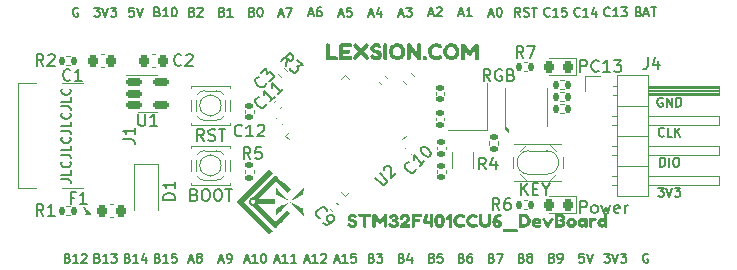
<source format=gto>
%TF.GenerationSoftware,KiCad,Pcbnew,(6.0.4)*%
%TF.CreationDate,2022-03-28T20:40:59+08:00*%
%TF.ProjectId,PCB_F401CCU6_Dev,5043425f-4634-4303-9143-4355365f4465,v0.9*%
%TF.SameCoordinates,Original*%
%TF.FileFunction,Legend,Top*%
%TF.FilePolarity,Positive*%
%FSLAX46Y46*%
G04 Gerber Fmt 4.6, Leading zero omitted, Abs format (unit mm)*
G04 Created by KiCad (PCBNEW (6.0.4)) date 2022-03-28 20:40:59*
%MOMM*%
%LPD*%
G01*
G04 APERTURE LIST*
G04 Aperture macros list*
%AMRoundRect*
0 Rectangle with rounded corners*
0 $1 Rounding radius*
0 $2 $3 $4 $5 $6 $7 $8 $9 X,Y pos of 4 corners*
0 Add a 4 corners polygon primitive as box body*
4,1,4,$2,$3,$4,$5,$6,$7,$8,$9,$2,$3,0*
0 Add four circle primitives for the rounded corners*
1,1,$1+$1,$2,$3*
1,1,$1+$1,$4,$5*
1,1,$1+$1,$6,$7*
1,1,$1+$1,$8,$9*
0 Add four rect primitives between the rounded corners*
20,1,$1+$1,$2,$3,$4,$5,0*
20,1,$1+$1,$4,$5,$6,$7,0*
20,1,$1+$1,$6,$7,$8,$9,0*
20,1,$1+$1,$8,$9,$2,$3,0*%
%AMRotRect*
0 Rectangle, with rotation*
0 The origin of the aperture is its center*
0 $1 length*
0 $2 width*
0 $3 Rotation angle, in degrees counterclockwise*
0 Add horizontal line*
21,1,$1,$2,0,0,$3*%
G04 Aperture macros list end*
%ADD10C,0.127000*%
%ADD11C,0.152400*%
%ADD12C,0.150000*%
%ADD13C,0.130000*%
%ADD14C,0.120000*%
%ADD15RoundRect,0.135000X0.135000X0.185000X-0.135000X0.185000X-0.135000X-0.185000X0.135000X-0.185000X0*%
%ADD16RoundRect,0.140000X-0.021213X0.219203X-0.219203X0.021213X0.021213X-0.219203X0.219203X-0.021213X0*%
%ADD17RoundRect,0.225000X0.225000X0.250000X-0.225000X0.250000X-0.225000X-0.250000X0.225000X-0.250000X0*%
%ADD18RoundRect,0.218750X0.218750X0.256250X-0.218750X0.256250X-0.218750X-0.256250X0.218750X-0.256250X0*%
%ADD19RoundRect,0.140000X-0.170000X0.140000X-0.170000X-0.140000X0.170000X-0.140000X0.170000X0.140000X0*%
%ADD20RoundRect,0.135000X-0.135000X-0.185000X0.135000X-0.185000X0.135000X0.185000X-0.135000X0.185000X0*%
%ADD21R,1.200000X0.900000*%
%ADD22R,1.700000X1.700000*%
%ADD23O,1.700000X1.700000*%
%ADD24C,0.600000*%
%ADD25R,1.160000X0.600000*%
%ADD26R,1.160000X0.300000*%
%ADD27O,2.000000X0.900000*%
%ADD28O,1.700000X0.900000*%
%ADD29RoundRect,0.140000X0.021213X-0.219203X0.219203X-0.021213X-0.021213X0.219203X-0.219203X0.021213X0*%
%ADD30RoundRect,0.140000X0.219203X0.021213X0.021213X0.219203X-0.219203X-0.021213X-0.021213X-0.219203X0*%
%ADD31RoundRect,0.218750X0.335876X0.026517X0.026517X0.335876X-0.335876X-0.026517X-0.026517X-0.335876X0*%
%ADD32RoundRect,0.062500X0.220971X0.309359X-0.309359X-0.220971X-0.220971X-0.309359X0.309359X0.220971X0*%
%ADD33RoundRect,0.062500X-0.220971X0.309359X-0.309359X0.220971X0.220971X-0.309359X0.309359X-0.220971X0*%
%ADD34RotRect,5.600000X5.600000X225.000000*%
%ADD35R,0.600000X1.200000*%
%ADD36RoundRect,0.135000X-0.185000X0.135000X-0.185000X-0.135000X0.185000X-0.135000X0.185000X0.135000X0*%
%ADD37RoundRect,0.140000X0.170000X-0.140000X0.170000X0.140000X-0.170000X0.140000X-0.170000X-0.140000X0*%
%ADD38R,1.250000X0.700000*%
%ADD39RoundRect,0.218750X-0.218750X-0.256250X0.218750X-0.256250X0.218750X0.256250X-0.218750X0.256250X0*%
%ADD40RoundRect,0.135000X0.226274X0.035355X0.035355X0.226274X-0.226274X-0.035355X-0.035355X-0.226274X0*%
%ADD41R,1.800000X1.000000*%
%ADD42R,1.200000X1.400000*%
%ADD43RoundRect,0.150000X-0.512500X-0.150000X0.512500X-0.150000X0.512500X0.150000X-0.512500X0.150000X0*%
%ADD44R,1.000000X0.700000*%
%ADD45RoundRect,0.135000X0.185000X-0.135000X0.185000X0.135000X-0.185000X0.135000X-0.185000X-0.135000X0*%
G04 APERTURE END LIST*
D10*
X122101428Y-52705000D02*
X122028857Y-52668714D01*
X121920000Y-52668714D01*
X121811142Y-52705000D01*
X121738571Y-52777571D01*
X121702285Y-52850142D01*
X121666000Y-52995285D01*
X121666000Y-53104142D01*
X121702285Y-53249285D01*
X121738571Y-53321857D01*
X121811142Y-53394428D01*
X121920000Y-53430714D01*
X121992571Y-53430714D01*
X122101428Y-53394428D01*
X122137714Y-53358142D01*
X122137714Y-53104142D01*
X121992571Y-53104142D01*
X122464285Y-53430714D02*
X122464285Y-52668714D01*
X122899714Y-53430714D01*
X122899714Y-52668714D01*
X123262571Y-53430714D02*
X123262571Y-52668714D01*
X123444000Y-52668714D01*
X123552857Y-52705000D01*
X123625428Y-52777571D01*
X123661714Y-52850142D01*
X123698000Y-52995285D01*
X123698000Y-53104142D01*
X123661714Y-53249285D01*
X123625428Y-53321857D01*
X123552857Y-53394428D01*
X123444000Y-53430714D01*
X123262571Y-53430714D01*
X122228428Y-55898142D02*
X122192142Y-55934428D01*
X122083285Y-55970714D01*
X122010714Y-55970714D01*
X121901857Y-55934428D01*
X121829285Y-55861857D01*
X121793000Y-55789285D01*
X121756714Y-55644142D01*
X121756714Y-55535285D01*
X121793000Y-55390142D01*
X121829285Y-55317571D01*
X121901857Y-55245000D01*
X122010714Y-55208714D01*
X122083285Y-55208714D01*
X122192142Y-55245000D01*
X122228428Y-55281285D01*
X122917857Y-55970714D02*
X122555000Y-55970714D01*
X122555000Y-55208714D01*
X123171857Y-55970714D02*
X123171857Y-55208714D01*
X123607285Y-55970714D02*
X123280714Y-55535285D01*
X123607285Y-55208714D02*
X123171857Y-55644142D01*
X121901857Y-58510714D02*
X121901857Y-57748714D01*
X122083285Y-57748714D01*
X122192142Y-57785000D01*
X122264714Y-57857571D01*
X122301000Y-57930142D01*
X122337285Y-58075285D01*
X122337285Y-58184142D01*
X122301000Y-58329285D01*
X122264714Y-58401857D01*
X122192142Y-58474428D01*
X122083285Y-58510714D01*
X121901857Y-58510714D01*
X122663857Y-58510714D02*
X122663857Y-57748714D01*
X123171857Y-57748714D02*
X123317000Y-57748714D01*
X123389571Y-57785000D01*
X123462142Y-57857571D01*
X123498428Y-58002714D01*
X123498428Y-58256714D01*
X123462142Y-58401857D01*
X123389571Y-58474428D01*
X123317000Y-58510714D01*
X123171857Y-58510714D01*
X123099285Y-58474428D01*
X123026714Y-58401857D01*
X122990428Y-58256714D01*
X122990428Y-58002714D01*
X123026714Y-57857571D01*
X123099285Y-57785000D01*
X123171857Y-57748714D01*
X121738571Y-60288714D02*
X122210285Y-60288714D01*
X121956285Y-60579000D01*
X122065142Y-60579000D01*
X122137714Y-60615285D01*
X122174000Y-60651571D01*
X122210285Y-60724142D01*
X122210285Y-60905571D01*
X122174000Y-60978142D01*
X122137714Y-61014428D01*
X122065142Y-61050714D01*
X121847428Y-61050714D01*
X121774857Y-61014428D01*
X121738571Y-60978142D01*
X122428000Y-60288714D02*
X122682000Y-61050714D01*
X122936000Y-60288714D01*
X123117428Y-60288714D02*
X123589142Y-60288714D01*
X123335142Y-60579000D01*
X123444000Y-60579000D01*
X123516571Y-60615285D01*
X123552857Y-60651571D01*
X123589142Y-60724142D01*
X123589142Y-60905571D01*
X123552857Y-60978142D01*
X123516571Y-61014428D01*
X123444000Y-61050714D01*
X123226285Y-61050714D01*
X123153714Y-61014428D01*
X123117428Y-60978142D01*
D11*
X120849571Y-65913000D02*
X120777000Y-65876714D01*
X120668142Y-65876714D01*
X120559285Y-65913000D01*
X120486714Y-65985571D01*
X120450428Y-66058142D01*
X120414142Y-66203285D01*
X120414142Y-66312142D01*
X120450428Y-66457285D01*
X120486714Y-66529857D01*
X120559285Y-66602428D01*
X120668142Y-66638714D01*
X120740714Y-66638714D01*
X120849571Y-66602428D01*
X120885857Y-66566142D01*
X120885857Y-66312142D01*
X120740714Y-66312142D01*
X117165885Y-65874326D02*
X117637599Y-65874326D01*
X117383599Y-66164612D01*
X117492456Y-66164612D01*
X117565028Y-66200897D01*
X117601314Y-66237183D01*
X117637599Y-66309754D01*
X117637599Y-66491183D01*
X117601314Y-66563754D01*
X117565028Y-66600040D01*
X117492456Y-66636326D01*
X117274742Y-66636326D01*
X117202171Y-66600040D01*
X117165885Y-66563754D01*
X117855314Y-65874326D02*
X118109314Y-66636326D01*
X118363314Y-65874326D01*
X118544742Y-65874326D02*
X119016456Y-65874326D01*
X118762456Y-66164612D01*
X118871314Y-66164612D01*
X118943885Y-66200897D01*
X118980171Y-66237183D01*
X119016456Y-66309754D01*
X119016456Y-66491183D01*
X118980171Y-66563754D01*
X118943885Y-66600040D01*
X118871314Y-66636326D01*
X118653599Y-66636326D01*
X118581028Y-66600040D01*
X118544742Y-66563754D01*
X115421555Y-65874326D02*
X115058698Y-65874326D01*
X115022412Y-66237183D01*
X115058698Y-66200897D01*
X115131269Y-66164612D01*
X115312698Y-66164612D01*
X115385269Y-66200897D01*
X115421555Y-66237183D01*
X115457840Y-66309754D01*
X115457840Y-66491183D01*
X115421555Y-66563754D01*
X115385269Y-66600040D01*
X115312698Y-66636326D01*
X115131269Y-66636326D01*
X115058698Y-66600040D01*
X115022412Y-66563754D01*
X115675555Y-65874326D02*
X115929555Y-66636326D01*
X116183555Y-65874326D01*
X112721571Y-66239571D02*
X112830428Y-66275857D01*
X112866714Y-66312142D01*
X112903000Y-66384714D01*
X112903000Y-66493571D01*
X112866714Y-66566142D01*
X112830428Y-66602428D01*
X112757857Y-66638714D01*
X112467571Y-66638714D01*
X112467571Y-65876714D01*
X112721571Y-65876714D01*
X112794142Y-65913000D01*
X112830428Y-65949285D01*
X112866714Y-66021857D01*
X112866714Y-66094428D01*
X112830428Y-66167000D01*
X112794142Y-66203285D01*
X112721571Y-66239571D01*
X112467571Y-66239571D01*
X113265857Y-66638714D02*
X113411000Y-66638714D01*
X113483571Y-66602428D01*
X113519857Y-66566142D01*
X113592428Y-66457285D01*
X113628714Y-66312142D01*
X113628714Y-66021857D01*
X113592428Y-65949285D01*
X113556142Y-65913000D01*
X113483571Y-65876714D01*
X113338428Y-65876714D01*
X113265857Y-65913000D01*
X113229571Y-65949285D01*
X113193285Y-66021857D01*
X113193285Y-66203285D01*
X113229571Y-66275857D01*
X113265857Y-66312142D01*
X113338428Y-66348428D01*
X113483571Y-66348428D01*
X113556142Y-66312142D01*
X113592428Y-66275857D01*
X113628714Y-66203285D01*
X110180657Y-66237183D02*
X110289514Y-66273469D01*
X110325800Y-66309754D01*
X110362086Y-66382326D01*
X110362086Y-66491183D01*
X110325800Y-66563754D01*
X110289514Y-66600040D01*
X110216943Y-66636326D01*
X109926657Y-66636326D01*
X109926657Y-65874326D01*
X110180657Y-65874326D01*
X110253228Y-65910612D01*
X110289514Y-65946897D01*
X110325800Y-66019469D01*
X110325800Y-66092040D01*
X110289514Y-66164612D01*
X110253228Y-66200897D01*
X110180657Y-66237183D01*
X109926657Y-66237183D01*
X110797514Y-66200897D02*
X110724943Y-66164612D01*
X110688657Y-66128326D01*
X110652371Y-66055754D01*
X110652371Y-66019469D01*
X110688657Y-65946897D01*
X110724943Y-65910612D01*
X110797514Y-65874326D01*
X110942657Y-65874326D01*
X111015228Y-65910612D01*
X111051514Y-65946897D01*
X111087800Y-66019469D01*
X111087800Y-66055754D01*
X111051514Y-66128326D01*
X111015228Y-66164612D01*
X110942657Y-66200897D01*
X110797514Y-66200897D01*
X110724943Y-66237183D01*
X110688657Y-66273469D01*
X110652371Y-66346040D01*
X110652371Y-66491183D01*
X110688657Y-66563754D01*
X110724943Y-66600040D01*
X110797514Y-66636326D01*
X110942657Y-66636326D01*
X111015228Y-66600040D01*
X111051514Y-66563754D01*
X111087800Y-66491183D01*
X111087800Y-66346040D01*
X111051514Y-66273469D01*
X111015228Y-66237183D01*
X110942657Y-66200897D01*
X107638066Y-66237183D02*
X107746923Y-66273469D01*
X107783209Y-66309754D01*
X107819495Y-66382326D01*
X107819495Y-66491183D01*
X107783209Y-66563754D01*
X107746923Y-66600040D01*
X107674352Y-66636326D01*
X107384066Y-66636326D01*
X107384066Y-65874326D01*
X107638066Y-65874326D01*
X107710637Y-65910612D01*
X107746923Y-65946897D01*
X107783209Y-66019469D01*
X107783209Y-66092040D01*
X107746923Y-66164612D01*
X107710637Y-66200897D01*
X107638066Y-66237183D01*
X107384066Y-66237183D01*
X108073495Y-65874326D02*
X108581495Y-65874326D01*
X108254923Y-66636326D01*
X105095450Y-66237183D02*
X105204307Y-66273469D01*
X105240593Y-66309754D01*
X105276879Y-66382326D01*
X105276879Y-66491183D01*
X105240593Y-66563754D01*
X105204307Y-66600040D01*
X105131736Y-66636326D01*
X104841450Y-66636326D01*
X104841450Y-65874326D01*
X105095450Y-65874326D01*
X105168021Y-65910612D01*
X105204307Y-65946897D01*
X105240593Y-66019469D01*
X105240593Y-66092040D01*
X105204307Y-66164612D01*
X105168021Y-66200897D01*
X105095450Y-66237183D01*
X104841450Y-66237183D01*
X105930021Y-65874326D02*
X105784879Y-65874326D01*
X105712307Y-65910612D01*
X105676021Y-65946897D01*
X105603450Y-66055754D01*
X105567164Y-66200897D01*
X105567164Y-66491183D01*
X105603450Y-66563754D01*
X105639736Y-66600040D01*
X105712307Y-66636326D01*
X105857450Y-66636326D01*
X105930021Y-66600040D01*
X105966307Y-66563754D01*
X106002593Y-66491183D01*
X106002593Y-66309754D01*
X105966307Y-66237183D01*
X105930021Y-66200897D01*
X105857450Y-66164612D01*
X105712307Y-66164612D01*
X105639736Y-66200897D01*
X105603450Y-66237183D01*
X105567164Y-66309754D01*
X102561571Y-66239571D02*
X102670428Y-66275857D01*
X102706714Y-66312142D01*
X102743000Y-66384714D01*
X102743000Y-66493571D01*
X102706714Y-66566142D01*
X102670428Y-66602428D01*
X102597857Y-66638714D01*
X102307571Y-66638714D01*
X102307571Y-65876714D01*
X102561571Y-65876714D01*
X102634142Y-65913000D01*
X102670428Y-65949285D01*
X102706714Y-66021857D01*
X102706714Y-66094428D01*
X102670428Y-66167000D01*
X102634142Y-66203285D01*
X102561571Y-66239571D01*
X102307571Y-66239571D01*
X103432428Y-65876714D02*
X103069571Y-65876714D01*
X103033285Y-66239571D01*
X103069571Y-66203285D01*
X103142142Y-66167000D01*
X103323571Y-66167000D01*
X103396142Y-66203285D01*
X103432428Y-66239571D01*
X103468714Y-66312142D01*
X103468714Y-66493571D01*
X103432428Y-66566142D01*
X103396142Y-66602428D01*
X103323571Y-66638714D01*
X103142142Y-66638714D01*
X103069571Y-66602428D01*
X103033285Y-66566142D01*
X100020758Y-66237183D02*
X100129615Y-66273469D01*
X100165901Y-66309754D01*
X100202187Y-66382326D01*
X100202187Y-66491183D01*
X100165901Y-66563754D01*
X100129615Y-66600040D01*
X100057044Y-66636326D01*
X99766758Y-66636326D01*
X99766758Y-65874326D01*
X100020758Y-65874326D01*
X100093329Y-65910612D01*
X100129615Y-65946897D01*
X100165901Y-66019469D01*
X100165901Y-66092040D01*
X100129615Y-66164612D01*
X100093329Y-66200897D01*
X100020758Y-66237183D01*
X99766758Y-66237183D01*
X100855329Y-66128326D02*
X100855329Y-66636326D01*
X100673901Y-65838040D02*
X100492472Y-66382326D01*
X100964187Y-66382326D01*
X97478142Y-66237183D02*
X97586999Y-66273469D01*
X97623285Y-66309754D01*
X97659571Y-66382326D01*
X97659571Y-66491183D01*
X97623285Y-66563754D01*
X97586999Y-66600040D01*
X97514428Y-66636326D01*
X97224142Y-66636326D01*
X97224142Y-65874326D01*
X97478142Y-65874326D01*
X97550713Y-65910612D01*
X97586999Y-65946897D01*
X97623285Y-66019469D01*
X97623285Y-66092040D01*
X97586999Y-66164612D01*
X97550713Y-66200897D01*
X97478142Y-66237183D01*
X97224142Y-66237183D01*
X97913571Y-65874326D02*
X98385285Y-65874326D01*
X98131285Y-66164612D01*
X98240142Y-66164612D01*
X98312713Y-66200897D01*
X98348999Y-66237183D01*
X98385285Y-66309754D01*
X98385285Y-66491183D01*
X98348999Y-66563754D01*
X98312713Y-66600040D01*
X98240142Y-66636326D01*
X98022428Y-66636326D01*
X97949856Y-66600040D01*
X97913571Y-66563754D01*
X94342857Y-66421000D02*
X94705714Y-66421000D01*
X94270285Y-66638714D02*
X94524285Y-65876714D01*
X94778285Y-66638714D01*
X95431428Y-66638714D02*
X94996000Y-66638714D01*
X95213714Y-66638714D02*
X95213714Y-65876714D01*
X95141142Y-65985571D01*
X95068571Y-66058142D01*
X94996000Y-66094428D01*
X96120857Y-65876714D02*
X95758000Y-65876714D01*
X95721714Y-66239571D01*
X95758000Y-66203285D01*
X95830571Y-66167000D01*
X96012000Y-66167000D01*
X96084571Y-66203285D01*
X96120857Y-66239571D01*
X96157142Y-66312142D01*
X96157142Y-66493571D01*
X96120857Y-66566142D01*
X96084571Y-66602428D01*
X96012000Y-66638714D01*
X95830571Y-66638714D01*
X95758000Y-66602428D01*
X95721714Y-66566142D01*
X91802857Y-66428366D02*
X92165714Y-66428366D01*
X91730285Y-66646080D02*
X91984285Y-65884080D01*
X92238285Y-66646080D01*
X92891428Y-66646080D02*
X92456000Y-66646080D01*
X92673714Y-66646080D02*
X92673714Y-65884080D01*
X92601142Y-65992937D01*
X92528571Y-66065508D01*
X92456000Y-66101794D01*
X93181714Y-65956651D02*
X93218000Y-65920366D01*
X93290571Y-65884080D01*
X93472000Y-65884080D01*
X93544571Y-65920366D01*
X93580857Y-65956651D01*
X93617142Y-66029223D01*
X93617142Y-66101794D01*
X93580857Y-66210651D01*
X93145428Y-66646080D01*
X93617142Y-66646080D01*
X89262857Y-66428366D02*
X89625714Y-66428366D01*
X89190285Y-66646080D02*
X89444285Y-65884080D01*
X89698285Y-66646080D01*
X90351428Y-66646080D02*
X89916000Y-66646080D01*
X90133714Y-66646080D02*
X90133714Y-65884080D01*
X90061142Y-65992937D01*
X89988571Y-66065508D01*
X89916000Y-66101794D01*
X91077142Y-66646080D02*
X90641714Y-66646080D01*
X90859428Y-66646080D02*
X90859428Y-65884080D01*
X90786857Y-65992937D01*
X90714285Y-66065508D01*
X90641714Y-66101794D01*
X86722857Y-66428366D02*
X87085714Y-66428366D01*
X86650285Y-66646080D02*
X86904285Y-65884080D01*
X87158285Y-66646080D01*
X87811428Y-66646080D02*
X87376000Y-66646080D01*
X87593714Y-66646080D02*
X87593714Y-65884080D01*
X87521142Y-65992937D01*
X87448571Y-66065508D01*
X87376000Y-66101794D01*
X88283142Y-65884080D02*
X88355714Y-65884080D01*
X88428285Y-65920366D01*
X88464571Y-65956651D01*
X88500857Y-66029223D01*
X88537142Y-66174366D01*
X88537142Y-66355794D01*
X88500857Y-66500937D01*
X88464571Y-66573508D01*
X88428285Y-66609794D01*
X88355714Y-66646080D01*
X88283142Y-66646080D01*
X88210571Y-66609794D01*
X88174285Y-66573508D01*
X88138000Y-66500937D01*
X88101714Y-66355794D01*
X88101714Y-66174366D01*
X88138000Y-66029223D01*
X88174285Y-65956651D01*
X88210571Y-65920366D01*
X88283142Y-65884080D01*
X84545714Y-66428366D02*
X84908571Y-66428366D01*
X84473142Y-66646080D02*
X84727142Y-65884080D01*
X84981142Y-66646080D01*
X85271428Y-66646080D02*
X85416571Y-66646080D01*
X85489142Y-66609794D01*
X85525428Y-66573508D01*
X85598000Y-66464651D01*
X85634285Y-66319508D01*
X85634285Y-66029223D01*
X85598000Y-65956651D01*
X85561714Y-65920366D01*
X85489142Y-65884080D01*
X85344000Y-65884080D01*
X85271428Y-65920366D01*
X85235142Y-65956651D01*
X85198857Y-66029223D01*
X85198857Y-66210651D01*
X85235142Y-66283223D01*
X85271428Y-66319508D01*
X85344000Y-66355794D01*
X85489142Y-66355794D01*
X85561714Y-66319508D01*
X85598000Y-66283223D01*
X85634285Y-66210651D01*
X82004800Y-66421000D02*
X82367657Y-66421000D01*
X81932228Y-66638714D02*
X82186228Y-65876714D01*
X82440228Y-66638714D01*
X82803086Y-66203285D02*
X82730514Y-66167000D01*
X82694228Y-66130714D01*
X82657943Y-66058142D01*
X82657943Y-66021857D01*
X82694228Y-65949285D01*
X82730514Y-65913000D01*
X82803086Y-65876714D01*
X82948228Y-65876714D01*
X83020800Y-65913000D01*
X83057086Y-65949285D01*
X83093371Y-66021857D01*
X83093371Y-66058142D01*
X83057086Y-66130714D01*
X83020800Y-66167000D01*
X82948228Y-66203285D01*
X82803086Y-66203285D01*
X82730514Y-66239571D01*
X82694228Y-66275857D01*
X82657943Y-66348428D01*
X82657943Y-66493571D01*
X82694228Y-66566142D01*
X82730514Y-66602428D01*
X82803086Y-66638714D01*
X82948228Y-66638714D01*
X83020800Y-66602428D01*
X83057086Y-66566142D01*
X83093371Y-66493571D01*
X83093371Y-66348428D01*
X83057086Y-66275857D01*
X83020800Y-66239571D01*
X82948228Y-66203285D01*
X79338714Y-66239571D02*
X79447571Y-66275857D01*
X79483857Y-66312142D01*
X79520142Y-66384714D01*
X79520142Y-66493571D01*
X79483857Y-66566142D01*
X79447571Y-66602428D01*
X79375000Y-66638714D01*
X79084714Y-66638714D01*
X79084714Y-65876714D01*
X79338714Y-65876714D01*
X79411285Y-65913000D01*
X79447571Y-65949285D01*
X79483857Y-66021857D01*
X79483857Y-66094428D01*
X79447571Y-66167000D01*
X79411285Y-66203285D01*
X79338714Y-66239571D01*
X79084714Y-66239571D01*
X80245857Y-66638714D02*
X79810428Y-66638714D01*
X80028142Y-66638714D02*
X80028142Y-65876714D01*
X79955571Y-65985571D01*
X79883000Y-66058142D01*
X79810428Y-66094428D01*
X80935285Y-65876714D02*
X80572428Y-65876714D01*
X80536142Y-66239571D01*
X80572428Y-66203285D01*
X80645000Y-66167000D01*
X80826428Y-66167000D01*
X80899000Y-66203285D01*
X80935285Y-66239571D01*
X80971571Y-66312142D01*
X80971571Y-66493571D01*
X80935285Y-66566142D01*
X80899000Y-66602428D01*
X80826428Y-66638714D01*
X80645000Y-66638714D01*
X80572428Y-66602428D01*
X80536142Y-66566142D01*
X76798714Y-66246937D02*
X76907571Y-66283223D01*
X76943857Y-66319508D01*
X76980142Y-66392080D01*
X76980142Y-66500937D01*
X76943857Y-66573508D01*
X76907571Y-66609794D01*
X76835000Y-66646080D01*
X76544714Y-66646080D01*
X76544714Y-65884080D01*
X76798714Y-65884080D01*
X76871285Y-65920366D01*
X76907571Y-65956651D01*
X76943857Y-66029223D01*
X76943857Y-66101794D01*
X76907571Y-66174366D01*
X76871285Y-66210651D01*
X76798714Y-66246937D01*
X76544714Y-66246937D01*
X77705857Y-66646080D02*
X77270428Y-66646080D01*
X77488142Y-66646080D02*
X77488142Y-65884080D01*
X77415571Y-65992937D01*
X77343000Y-66065508D01*
X77270428Y-66101794D01*
X78359000Y-66138080D02*
X78359000Y-66646080D01*
X78177571Y-65847794D02*
X77996142Y-66392080D01*
X78467857Y-66392080D01*
X74257901Y-66239571D02*
X74366758Y-66275857D01*
X74403044Y-66312142D01*
X74439329Y-66384714D01*
X74439329Y-66493571D01*
X74403044Y-66566142D01*
X74366758Y-66602428D01*
X74294187Y-66638714D01*
X74003901Y-66638714D01*
X74003901Y-65876714D01*
X74257901Y-65876714D01*
X74330472Y-65913000D01*
X74366758Y-65949285D01*
X74403044Y-66021857D01*
X74403044Y-66094428D01*
X74366758Y-66167000D01*
X74330472Y-66203285D01*
X74257901Y-66239571D01*
X74003901Y-66239571D01*
X75165044Y-66638714D02*
X74729615Y-66638714D01*
X74947329Y-66638714D02*
X74947329Y-65876714D01*
X74874758Y-65985571D01*
X74802187Y-66058142D01*
X74729615Y-66094428D01*
X75419044Y-65876714D02*
X75890758Y-65876714D01*
X75636758Y-66167000D01*
X75745615Y-66167000D01*
X75818187Y-66203285D01*
X75854472Y-66239571D01*
X75890758Y-66312142D01*
X75890758Y-66493571D01*
X75854472Y-66566142D01*
X75818187Y-66602428D01*
X75745615Y-66638714D01*
X75527901Y-66638714D01*
X75455329Y-66602428D01*
X75419044Y-66566142D01*
X71718714Y-66246937D02*
X71827571Y-66283223D01*
X71863857Y-66319508D01*
X71900142Y-66392080D01*
X71900142Y-66500937D01*
X71863857Y-66573508D01*
X71827571Y-66609794D01*
X71755000Y-66646080D01*
X71464714Y-66646080D01*
X71464714Y-65884080D01*
X71718714Y-65884080D01*
X71791285Y-65920366D01*
X71827571Y-65956651D01*
X71863857Y-66029223D01*
X71863857Y-66101794D01*
X71827571Y-66174366D01*
X71791285Y-66210651D01*
X71718714Y-66246937D01*
X71464714Y-66246937D01*
X72625857Y-66646080D02*
X72190428Y-66646080D01*
X72408142Y-66646080D02*
X72408142Y-65884080D01*
X72335571Y-65992937D01*
X72263000Y-66065508D01*
X72190428Y-66101794D01*
X72916142Y-65956651D02*
X72952428Y-65920366D01*
X73025000Y-65884080D01*
X73206428Y-65884080D01*
X73279000Y-65920366D01*
X73315285Y-65956651D01*
X73351571Y-66029223D01*
X73351571Y-66101794D01*
X73315285Y-66210651D01*
X72879857Y-66646080D01*
X73351571Y-66646080D01*
X120085920Y-45404205D02*
X120194777Y-45440491D01*
X120231063Y-45476776D01*
X120267349Y-45549348D01*
X120267349Y-45658205D01*
X120231063Y-45730776D01*
X120194777Y-45767062D01*
X120122206Y-45803348D01*
X119831920Y-45803348D01*
X119831920Y-45041348D01*
X120085920Y-45041348D01*
X120158491Y-45077634D01*
X120194777Y-45113919D01*
X120231063Y-45186491D01*
X120231063Y-45259062D01*
X120194777Y-45331634D01*
X120158491Y-45367919D01*
X120085920Y-45404205D01*
X119831920Y-45404205D01*
X120557634Y-45585634D02*
X120920491Y-45585634D01*
X120485063Y-45803348D02*
X120739063Y-45041348D01*
X120993063Y-45803348D01*
X121138206Y-45041348D02*
X121573634Y-45041348D01*
X121355920Y-45803348D02*
X121355920Y-45041348D01*
X117615900Y-45730776D02*
X117579615Y-45767062D01*
X117470758Y-45803348D01*
X117398186Y-45803348D01*
X117289329Y-45767062D01*
X117216758Y-45694491D01*
X117180472Y-45621919D01*
X117144186Y-45476776D01*
X117144186Y-45367919D01*
X117180472Y-45222776D01*
X117216758Y-45150205D01*
X117289329Y-45077634D01*
X117398186Y-45041348D01*
X117470758Y-45041348D01*
X117579615Y-45077634D01*
X117615900Y-45113919D01*
X118341615Y-45803348D02*
X117906186Y-45803348D01*
X118123900Y-45803348D02*
X118123900Y-45041348D01*
X118051329Y-45150205D01*
X117978758Y-45222776D01*
X117906186Y-45259062D01*
X118595615Y-45041348D02*
X119067329Y-45041348D01*
X118813329Y-45331634D01*
X118922186Y-45331634D01*
X118994758Y-45367919D01*
X119031043Y-45404205D01*
X119067329Y-45476776D01*
X119067329Y-45658205D01*
X119031043Y-45730776D01*
X118994758Y-45767062D01*
X118922186Y-45803348D01*
X118704472Y-45803348D01*
X118631900Y-45767062D01*
X118595615Y-45730776D01*
X115080142Y-45738142D02*
X115043857Y-45774428D01*
X114935000Y-45810714D01*
X114862428Y-45810714D01*
X114753571Y-45774428D01*
X114681000Y-45701857D01*
X114644714Y-45629285D01*
X114608428Y-45484142D01*
X114608428Y-45375285D01*
X114644714Y-45230142D01*
X114681000Y-45157571D01*
X114753571Y-45085000D01*
X114862428Y-45048714D01*
X114935000Y-45048714D01*
X115043857Y-45085000D01*
X115080142Y-45121285D01*
X115805857Y-45810714D02*
X115370428Y-45810714D01*
X115588142Y-45810714D02*
X115588142Y-45048714D01*
X115515571Y-45157571D01*
X115443000Y-45230142D01*
X115370428Y-45266428D01*
X116459000Y-45302714D02*
X116459000Y-45810714D01*
X116277571Y-45012428D02*
X116096142Y-45556714D01*
X116567857Y-45556714D01*
X112535494Y-45738142D02*
X112499209Y-45774428D01*
X112390352Y-45810714D01*
X112317780Y-45810714D01*
X112208923Y-45774428D01*
X112136352Y-45701857D01*
X112100066Y-45629285D01*
X112063780Y-45484142D01*
X112063780Y-45375285D01*
X112100066Y-45230142D01*
X112136352Y-45157571D01*
X112208923Y-45085000D01*
X112317780Y-45048714D01*
X112390352Y-45048714D01*
X112499209Y-45085000D01*
X112535494Y-45121285D01*
X113261209Y-45810714D02*
X112825780Y-45810714D01*
X113043494Y-45810714D02*
X113043494Y-45048714D01*
X112970923Y-45157571D01*
X112898352Y-45230142D01*
X112825780Y-45266428D01*
X113950637Y-45048714D02*
X113587780Y-45048714D01*
X113551494Y-45411571D01*
X113587780Y-45375285D01*
X113660352Y-45339000D01*
X113841780Y-45339000D01*
X113914352Y-45375285D01*
X113950637Y-45411571D01*
X113986923Y-45484142D01*
X113986923Y-45665571D01*
X113950637Y-45738142D01*
X113914352Y-45774428D01*
X113841780Y-45810714D01*
X113660352Y-45810714D01*
X113587780Y-45774428D01*
X113551494Y-45738142D01*
X110065475Y-45810714D02*
X109811475Y-45447857D01*
X109630046Y-45810714D02*
X109630046Y-45048714D01*
X109920332Y-45048714D01*
X109992903Y-45085000D01*
X110029189Y-45121285D01*
X110065475Y-45193857D01*
X110065475Y-45302714D01*
X110029189Y-45375285D01*
X109992903Y-45411571D01*
X109920332Y-45447857D01*
X109630046Y-45447857D01*
X110355761Y-45774428D02*
X110464618Y-45810714D01*
X110646046Y-45810714D01*
X110718618Y-45774428D01*
X110754903Y-45738142D01*
X110791189Y-45665571D01*
X110791189Y-45593000D01*
X110754903Y-45520428D01*
X110718618Y-45484142D01*
X110646046Y-45447857D01*
X110500903Y-45411571D01*
X110428332Y-45375285D01*
X110392046Y-45339000D01*
X110355761Y-45266428D01*
X110355761Y-45193857D01*
X110392046Y-45121285D01*
X110428332Y-45085000D01*
X110500903Y-45048714D01*
X110682332Y-45048714D01*
X110791189Y-45085000D01*
X111008903Y-45048714D02*
X111444332Y-45048714D01*
X111226618Y-45810714D02*
X111226618Y-45048714D01*
X107403250Y-45593000D02*
X107766107Y-45593000D01*
X107330678Y-45810714D02*
X107584678Y-45048714D01*
X107838678Y-45810714D01*
X108237821Y-45048714D02*
X108310393Y-45048714D01*
X108382964Y-45085000D01*
X108419250Y-45121285D01*
X108455536Y-45193857D01*
X108491821Y-45339000D01*
X108491821Y-45520428D01*
X108455536Y-45665571D01*
X108419250Y-45738142D01*
X108382964Y-45774428D01*
X108310393Y-45810714D01*
X108237821Y-45810714D01*
X108165250Y-45774428D01*
X108128964Y-45738142D01*
X108092678Y-45665571D01*
X108056393Y-45520428D01*
X108056393Y-45339000D01*
X108092678Y-45193857D01*
X108128964Y-45121285D01*
X108165250Y-45085000D01*
X108237821Y-45048714D01*
X104865638Y-45585634D02*
X105228495Y-45585634D01*
X104793066Y-45803348D02*
X105047066Y-45041348D01*
X105301066Y-45803348D01*
X105954209Y-45803348D02*
X105518781Y-45803348D01*
X105736495Y-45803348D02*
X105736495Y-45041348D01*
X105663924Y-45150205D01*
X105591352Y-45222776D01*
X105518781Y-45259062D01*
X102323022Y-45585634D02*
X102685879Y-45585634D01*
X102250450Y-45803348D02*
X102504450Y-45041348D01*
X102758450Y-45803348D01*
X102976165Y-45113919D02*
X103012450Y-45077634D01*
X103085022Y-45041348D01*
X103266450Y-45041348D01*
X103339022Y-45077634D01*
X103375308Y-45113919D01*
X103411593Y-45186491D01*
X103411593Y-45259062D01*
X103375308Y-45367919D01*
X102939879Y-45803348D01*
X103411593Y-45803348D01*
X99785714Y-45593000D02*
X100148571Y-45593000D01*
X99713142Y-45810714D02*
X99967142Y-45048714D01*
X100221142Y-45810714D01*
X100402571Y-45048714D02*
X100874285Y-45048714D01*
X100620285Y-45339000D01*
X100729142Y-45339000D01*
X100801714Y-45375285D01*
X100838000Y-45411571D01*
X100874285Y-45484142D01*
X100874285Y-45665571D01*
X100838000Y-45738142D01*
X100801714Y-45774428D01*
X100729142Y-45810714D01*
X100511428Y-45810714D01*
X100438857Y-45774428D01*
X100402571Y-45738142D01*
X97245714Y-45593000D02*
X97608571Y-45593000D01*
X97173142Y-45810714D02*
X97427142Y-45048714D01*
X97681142Y-45810714D01*
X98261714Y-45302714D02*
X98261714Y-45810714D01*
X98080285Y-45012428D02*
X97898857Y-45556714D01*
X98370571Y-45556714D01*
X94705714Y-45593000D02*
X95068571Y-45593000D01*
X94633142Y-45810714D02*
X94887142Y-45048714D01*
X95141142Y-45810714D01*
X95758000Y-45048714D02*
X95395142Y-45048714D01*
X95358857Y-45411571D01*
X95395142Y-45375285D01*
X95467714Y-45339000D01*
X95649142Y-45339000D01*
X95721714Y-45375285D01*
X95758000Y-45411571D01*
X95794285Y-45484142D01*
X95794285Y-45665571D01*
X95758000Y-45738142D01*
X95721714Y-45774428D01*
X95649142Y-45810714D01*
X95467714Y-45810714D01*
X95395142Y-45774428D01*
X95358857Y-45738142D01*
X92165714Y-45585634D02*
X92528571Y-45585634D01*
X92093142Y-45803348D02*
X92347142Y-45041348D01*
X92601142Y-45803348D01*
X93181714Y-45041348D02*
X93036571Y-45041348D01*
X92964000Y-45077634D01*
X92927714Y-45113919D01*
X92855142Y-45222776D01*
X92818857Y-45367919D01*
X92818857Y-45658205D01*
X92855142Y-45730776D01*
X92891428Y-45767062D01*
X92964000Y-45803348D01*
X93109142Y-45803348D01*
X93181714Y-45767062D01*
X93218000Y-45730776D01*
X93254285Y-45658205D01*
X93254285Y-45476776D01*
X93218000Y-45404205D01*
X93181714Y-45367919D01*
X93109142Y-45331634D01*
X92964000Y-45331634D01*
X92891428Y-45367919D01*
X92855142Y-45404205D01*
X92818857Y-45476776D01*
X89625714Y-45593000D02*
X89988571Y-45593000D01*
X89553142Y-45810714D02*
X89807142Y-45048714D01*
X90061142Y-45810714D01*
X90242571Y-45048714D02*
X90750571Y-45048714D01*
X90424000Y-45810714D01*
X87321571Y-45411571D02*
X87430428Y-45447857D01*
X87466714Y-45484142D01*
X87503000Y-45556714D01*
X87503000Y-45665571D01*
X87466714Y-45738142D01*
X87430428Y-45774428D01*
X87357857Y-45810714D01*
X87067571Y-45810714D01*
X87067571Y-45048714D01*
X87321571Y-45048714D01*
X87394142Y-45085000D01*
X87430428Y-45121285D01*
X87466714Y-45193857D01*
X87466714Y-45266428D01*
X87430428Y-45339000D01*
X87394142Y-45375285D01*
X87321571Y-45411571D01*
X87067571Y-45411571D01*
X87974714Y-45048714D02*
X88047285Y-45048714D01*
X88119857Y-45085000D01*
X88156142Y-45121285D01*
X88192428Y-45193857D01*
X88228714Y-45339000D01*
X88228714Y-45520428D01*
X88192428Y-45665571D01*
X88156142Y-45738142D01*
X88119857Y-45774428D01*
X88047285Y-45810714D01*
X87974714Y-45810714D01*
X87902142Y-45774428D01*
X87865857Y-45738142D01*
X87829571Y-45665571D01*
X87793285Y-45520428D01*
X87793285Y-45339000D01*
X87829571Y-45193857D01*
X87865857Y-45121285D01*
X87902142Y-45085000D01*
X87974714Y-45048714D01*
X84781571Y-45411571D02*
X84890428Y-45447857D01*
X84926714Y-45484142D01*
X84963000Y-45556714D01*
X84963000Y-45665571D01*
X84926714Y-45738142D01*
X84890428Y-45774428D01*
X84817857Y-45810714D01*
X84527571Y-45810714D01*
X84527571Y-45048714D01*
X84781571Y-45048714D01*
X84854142Y-45085000D01*
X84890428Y-45121285D01*
X84926714Y-45193857D01*
X84926714Y-45266428D01*
X84890428Y-45339000D01*
X84854142Y-45375285D01*
X84781571Y-45411571D01*
X84527571Y-45411571D01*
X85688714Y-45810714D02*
X85253285Y-45810714D01*
X85471000Y-45810714D02*
X85471000Y-45048714D01*
X85398428Y-45157571D01*
X85325857Y-45230142D01*
X85253285Y-45266428D01*
X82241571Y-45411571D02*
X82350428Y-45447857D01*
X82386714Y-45484142D01*
X82423000Y-45556714D01*
X82423000Y-45665571D01*
X82386714Y-45738142D01*
X82350428Y-45774428D01*
X82277857Y-45810714D01*
X81987571Y-45810714D01*
X81987571Y-45048714D01*
X82241571Y-45048714D01*
X82314142Y-45085000D01*
X82350428Y-45121285D01*
X82386714Y-45193857D01*
X82386714Y-45266428D01*
X82350428Y-45339000D01*
X82314142Y-45375285D01*
X82241571Y-45411571D01*
X81987571Y-45411571D01*
X82713285Y-45121285D02*
X82749571Y-45085000D01*
X82822142Y-45048714D01*
X83003571Y-45048714D01*
X83076142Y-45085000D01*
X83112428Y-45121285D01*
X83148714Y-45193857D01*
X83148714Y-45266428D01*
X83112428Y-45375285D01*
X82677000Y-45810714D01*
X83148714Y-45810714D01*
X79332872Y-45403316D02*
X79441729Y-45439602D01*
X79478015Y-45475887D01*
X79514300Y-45548459D01*
X79514300Y-45657316D01*
X79478015Y-45729887D01*
X79441729Y-45766173D01*
X79369158Y-45802459D01*
X79078872Y-45802459D01*
X79078872Y-45040459D01*
X79332872Y-45040459D01*
X79405443Y-45076745D01*
X79441729Y-45113030D01*
X79478015Y-45185602D01*
X79478015Y-45258173D01*
X79441729Y-45330745D01*
X79405443Y-45367030D01*
X79332872Y-45403316D01*
X79078872Y-45403316D01*
X80240015Y-45802459D02*
X79804586Y-45802459D01*
X80022300Y-45802459D02*
X80022300Y-45040459D01*
X79949729Y-45149316D01*
X79877158Y-45221887D01*
X79804586Y-45258173D01*
X80711729Y-45040459D02*
X80784300Y-45040459D01*
X80856872Y-45076745D01*
X80893158Y-45113030D01*
X80929443Y-45185602D01*
X80965729Y-45330745D01*
X80965729Y-45512173D01*
X80929443Y-45657316D01*
X80893158Y-45729887D01*
X80856872Y-45766173D01*
X80784300Y-45802459D01*
X80711729Y-45802459D01*
X80639158Y-45766173D01*
X80602872Y-45729887D01*
X80566586Y-45657316D01*
X80530300Y-45512173D01*
X80530300Y-45330745D01*
X80566586Y-45185602D01*
X80602872Y-45113030D01*
X80639158Y-45076745D01*
X80711729Y-45040459D01*
X77324857Y-45048714D02*
X76962000Y-45048714D01*
X76925714Y-45411571D01*
X76962000Y-45375285D01*
X77034571Y-45339000D01*
X77216000Y-45339000D01*
X77288571Y-45375285D01*
X77324857Y-45411571D01*
X77361142Y-45484142D01*
X77361142Y-45665571D01*
X77324857Y-45738142D01*
X77288571Y-45774428D01*
X77216000Y-45810714D01*
X77034571Y-45810714D01*
X76962000Y-45774428D01*
X76925714Y-45738142D01*
X77578857Y-45048714D02*
X77832857Y-45810714D01*
X78086857Y-45048714D01*
X73986571Y-45048714D02*
X74458285Y-45048714D01*
X74204285Y-45339000D01*
X74313142Y-45339000D01*
X74385714Y-45375285D01*
X74422000Y-45411571D01*
X74458285Y-45484142D01*
X74458285Y-45665571D01*
X74422000Y-45738142D01*
X74385714Y-45774428D01*
X74313142Y-45810714D01*
X74095428Y-45810714D01*
X74022857Y-45774428D01*
X73986571Y-45738142D01*
X74676000Y-45048714D02*
X74930000Y-45810714D01*
X75184000Y-45048714D01*
X75365428Y-45048714D02*
X75837142Y-45048714D01*
X75583142Y-45339000D01*
X75692000Y-45339000D01*
X75764571Y-45375285D01*
X75800857Y-45411571D01*
X75837142Y-45484142D01*
X75837142Y-45665571D01*
X75800857Y-45738142D01*
X75764571Y-45774428D01*
X75692000Y-45810714D01*
X75474285Y-45810714D01*
X75401714Y-45774428D01*
X75365428Y-45738142D01*
X72589571Y-45085000D02*
X72517000Y-45048714D01*
X72408142Y-45048714D01*
X72299285Y-45085000D01*
X72226714Y-45157571D01*
X72190428Y-45230142D01*
X72154142Y-45375285D01*
X72154142Y-45484142D01*
X72190428Y-45629285D01*
X72226714Y-45701857D01*
X72299285Y-45774428D01*
X72408142Y-45810714D01*
X72480714Y-45810714D01*
X72589571Y-45774428D01*
X72625857Y-45738142D01*
X72625857Y-45484142D01*
X72480714Y-45484142D01*
D12*
X73660000Y-62484000D02*
X73406000Y-62230000D01*
X73152000Y-61976000D02*
G75*
G03*
X73660000Y-62484000I508000J0D01*
G01*
X73660000Y-62484000D02*
X73300790Y-62484000D01*
D13*
X71189904Y-59575238D02*
X71761333Y-59575238D01*
X71875619Y-59613333D01*
X71951809Y-59689523D01*
X71989904Y-59803809D01*
X71989904Y-59880000D01*
X71989904Y-58813333D02*
X71989904Y-59194285D01*
X71189904Y-59194285D01*
X71913714Y-58089523D02*
X71951809Y-58127619D01*
X71989904Y-58241904D01*
X71989904Y-58318095D01*
X71951809Y-58432380D01*
X71875619Y-58508571D01*
X71799428Y-58546666D01*
X71647047Y-58584761D01*
X71532761Y-58584761D01*
X71380380Y-58546666D01*
X71304190Y-58508571D01*
X71228000Y-58432380D01*
X71189904Y-58318095D01*
X71189904Y-58241904D01*
X71228000Y-58127619D01*
X71266095Y-58089523D01*
X71189904Y-57518095D02*
X71761333Y-57518095D01*
X71875619Y-57556190D01*
X71951809Y-57632380D01*
X71989904Y-57746666D01*
X71989904Y-57822857D01*
X71989904Y-56756190D02*
X71989904Y-57137142D01*
X71189904Y-57137142D01*
X71913714Y-56032380D02*
X71951809Y-56070476D01*
X71989904Y-56184761D01*
X71989904Y-56260952D01*
X71951809Y-56375238D01*
X71875619Y-56451428D01*
X71799428Y-56489523D01*
X71647047Y-56527619D01*
X71532761Y-56527619D01*
X71380380Y-56489523D01*
X71304190Y-56451428D01*
X71228000Y-56375238D01*
X71189904Y-56260952D01*
X71189904Y-56184761D01*
X71228000Y-56070476D01*
X71266095Y-56032380D01*
X71189904Y-55460952D02*
X71761333Y-55460952D01*
X71875619Y-55499047D01*
X71951809Y-55575238D01*
X71989904Y-55689523D01*
X71989904Y-55765714D01*
X71989904Y-54699047D02*
X71989904Y-55080000D01*
X71189904Y-55080000D01*
X71913714Y-53975238D02*
X71951809Y-54013333D01*
X71989904Y-54127619D01*
X71989904Y-54203809D01*
X71951809Y-54318095D01*
X71875619Y-54394285D01*
X71799428Y-54432380D01*
X71647047Y-54470476D01*
X71532761Y-54470476D01*
X71380380Y-54432380D01*
X71304190Y-54394285D01*
X71228000Y-54318095D01*
X71189904Y-54203809D01*
X71189904Y-54127619D01*
X71228000Y-54013333D01*
X71266095Y-53975238D01*
X71189904Y-53403809D02*
X71761333Y-53403809D01*
X71875619Y-53441904D01*
X71951809Y-53518095D01*
X71989904Y-53632380D01*
X71989904Y-53708571D01*
X71989904Y-52641904D02*
X71989904Y-53022857D01*
X71189904Y-53022857D01*
X71913714Y-51918095D02*
X71951809Y-51956190D01*
X71989904Y-52070476D01*
X71989904Y-52146666D01*
X71951809Y-52260952D01*
X71875619Y-52337142D01*
X71799428Y-52375238D01*
X71647047Y-52413333D01*
X71532761Y-52413333D01*
X71380380Y-52375238D01*
X71304190Y-52337142D01*
X71228000Y-52260952D01*
X71189904Y-52146666D01*
X71189904Y-52070476D01*
X71228000Y-51956190D01*
X71266095Y-51918095D01*
D12*
X83272380Y-56332380D02*
X82939047Y-55856190D01*
X82700952Y-56332380D02*
X82700952Y-55332380D01*
X83081904Y-55332380D01*
X83177142Y-55380000D01*
X83224761Y-55427619D01*
X83272380Y-55522857D01*
X83272380Y-55665714D01*
X83224761Y-55760952D01*
X83177142Y-55808571D01*
X83081904Y-55856190D01*
X82700952Y-55856190D01*
X83653333Y-56284761D02*
X83796190Y-56332380D01*
X84034285Y-56332380D01*
X84129523Y-56284761D01*
X84177142Y-56237142D01*
X84224761Y-56141904D01*
X84224761Y-56046666D01*
X84177142Y-55951428D01*
X84129523Y-55903809D01*
X84034285Y-55856190D01*
X83843809Y-55808571D01*
X83748571Y-55760952D01*
X83700952Y-55713333D01*
X83653333Y-55618095D01*
X83653333Y-55522857D01*
X83700952Y-55427619D01*
X83748571Y-55380000D01*
X83843809Y-55332380D01*
X84081904Y-55332380D01*
X84224761Y-55380000D01*
X84510476Y-55332380D02*
X85081904Y-55332380D01*
X84796190Y-56332380D02*
X84796190Y-55332380D01*
X110109142Y-60904380D02*
X110109142Y-59904380D01*
X110680571Y-60904380D02*
X110252000Y-60332952D01*
X110680571Y-59904380D02*
X110109142Y-60475809D01*
X111109142Y-60380571D02*
X111442476Y-60380571D01*
X111585333Y-60904380D02*
X111109142Y-60904380D01*
X111109142Y-59904380D01*
X111585333Y-59904380D01*
X112204380Y-60428190D02*
X112204380Y-60904380D01*
X111871047Y-59904380D02*
X112204380Y-60428190D01*
X112537714Y-59904380D01*
X82462857Y-60888571D02*
X82605714Y-60936190D01*
X82653333Y-60983809D01*
X82700952Y-61079047D01*
X82700952Y-61221904D01*
X82653333Y-61317142D01*
X82605714Y-61364761D01*
X82510476Y-61412380D01*
X82129523Y-61412380D01*
X82129523Y-60412380D01*
X82462857Y-60412380D01*
X82558095Y-60460000D01*
X82605714Y-60507619D01*
X82653333Y-60602857D01*
X82653333Y-60698095D01*
X82605714Y-60793333D01*
X82558095Y-60840952D01*
X82462857Y-60888571D01*
X82129523Y-60888571D01*
X83320000Y-60412380D02*
X83510476Y-60412380D01*
X83605714Y-60460000D01*
X83700952Y-60555238D01*
X83748571Y-60745714D01*
X83748571Y-61079047D01*
X83700952Y-61269523D01*
X83605714Y-61364761D01*
X83510476Y-61412380D01*
X83320000Y-61412380D01*
X83224761Y-61364761D01*
X83129523Y-61269523D01*
X83081904Y-61079047D01*
X83081904Y-60745714D01*
X83129523Y-60555238D01*
X83224761Y-60460000D01*
X83320000Y-60412380D01*
X84367619Y-60412380D02*
X84558095Y-60412380D01*
X84653333Y-60460000D01*
X84748571Y-60555238D01*
X84796190Y-60745714D01*
X84796190Y-61079047D01*
X84748571Y-61269523D01*
X84653333Y-61364761D01*
X84558095Y-61412380D01*
X84367619Y-61412380D01*
X84272380Y-61364761D01*
X84177142Y-61269523D01*
X84129523Y-61079047D01*
X84129523Y-60745714D01*
X84177142Y-60555238D01*
X84272380Y-60460000D01*
X84367619Y-60412380D01*
X85081904Y-60412380D02*
X85653333Y-60412380D01*
X85367619Y-61412380D02*
X85367619Y-60412380D01*
%TO.C,C10*%
X101202213Y-58677350D02*
X101202213Y-58744694D01*
X101134869Y-58879381D01*
X101067526Y-58946724D01*
X100932839Y-59014068D01*
X100798152Y-59014068D01*
X100697137Y-58980396D01*
X100528778Y-58879381D01*
X100427763Y-58778366D01*
X100326747Y-58610007D01*
X100293076Y-58508992D01*
X100293076Y-58374305D01*
X100360419Y-58239618D01*
X100427763Y-58172274D01*
X100562450Y-58104931D01*
X100629793Y-58104931D01*
X101942992Y-58071259D02*
X101538931Y-58475320D01*
X101740961Y-58273289D02*
X101033854Y-57566182D01*
X101067526Y-57734541D01*
X101067526Y-57869228D01*
X101033854Y-57970244D01*
X101673618Y-56926419D02*
X101740961Y-56859076D01*
X101841976Y-56825404D01*
X101909320Y-56825404D01*
X102010335Y-56859076D01*
X102178694Y-56960091D01*
X102347053Y-57128450D01*
X102448068Y-57296808D01*
X102481740Y-57397824D01*
X102481740Y-57465167D01*
X102448068Y-57566182D01*
X102380724Y-57633526D01*
X102279709Y-57667198D01*
X102212366Y-57667198D01*
X102111350Y-57633526D01*
X101942992Y-57532511D01*
X101774633Y-57364152D01*
X101673618Y-57195793D01*
X101639946Y-57094778D01*
X101639946Y-57027434D01*
X101673618Y-56926419D01*
%TO.C,C2*%
X81367333Y-49887142D02*
X81319714Y-49934761D01*
X81176857Y-49982380D01*
X81081619Y-49982380D01*
X80938761Y-49934761D01*
X80843523Y-49839523D01*
X80795904Y-49744285D01*
X80748285Y-49553809D01*
X80748285Y-49410952D01*
X80795904Y-49220476D01*
X80843523Y-49125238D01*
X80938761Y-49030000D01*
X81081619Y-48982380D01*
X81176857Y-48982380D01*
X81319714Y-49030000D01*
X81367333Y-49077619D01*
X81748285Y-49077619D02*
X81795904Y-49030000D01*
X81891142Y-48982380D01*
X82129238Y-48982380D01*
X82224476Y-49030000D01*
X82272095Y-49077619D01*
X82319714Y-49172857D01*
X82319714Y-49268095D01*
X82272095Y-49410952D01*
X81700666Y-49982380D01*
X82319714Y-49982380D01*
%TO.C,D4*%
X115125714Y-50490380D02*
X115125714Y-49490380D01*
X115506666Y-49490380D01*
X115601904Y-49538000D01*
X115649523Y-49585619D01*
X115697142Y-49680857D01*
X115697142Y-49823714D01*
X115649523Y-49918952D01*
X115601904Y-49966571D01*
X115506666Y-50014190D01*
X115125714Y-50014190D01*
X116697142Y-50395142D02*
X116649523Y-50442761D01*
X116506666Y-50490380D01*
X116411428Y-50490380D01*
X116268571Y-50442761D01*
X116173333Y-50347523D01*
X116125714Y-50252285D01*
X116078095Y-50061809D01*
X116078095Y-49918952D01*
X116125714Y-49728476D01*
X116173333Y-49633238D01*
X116268571Y-49538000D01*
X116411428Y-49490380D01*
X116506666Y-49490380D01*
X116649523Y-49538000D01*
X116697142Y-49585619D01*
X117649523Y-50490380D02*
X117078095Y-50490380D01*
X117363809Y-50490380D02*
X117363809Y-49490380D01*
X117268571Y-49633238D01*
X117173333Y-49728476D01*
X117078095Y-49776095D01*
X117982857Y-49490380D02*
X118601904Y-49490380D01*
X118268571Y-49871333D01*
X118411428Y-49871333D01*
X118506666Y-49918952D01*
X118554285Y-49966571D01*
X118601904Y-50061809D01*
X118601904Y-50299904D01*
X118554285Y-50395142D01*
X118506666Y-50442761D01*
X118411428Y-50490380D01*
X118125714Y-50490380D01*
X118030476Y-50442761D01*
X117982857Y-50395142D01*
%TO.C,R6*%
X108291333Y-62174380D02*
X107958000Y-61698190D01*
X107719904Y-62174380D02*
X107719904Y-61174380D01*
X108100857Y-61174380D01*
X108196095Y-61222000D01*
X108243714Y-61269619D01*
X108291333Y-61364857D01*
X108291333Y-61507714D01*
X108243714Y-61602952D01*
X108196095Y-61650571D01*
X108100857Y-61698190D01*
X107719904Y-61698190D01*
X109148476Y-61174380D02*
X108958000Y-61174380D01*
X108862761Y-61222000D01*
X108815142Y-61269619D01*
X108719904Y-61412476D01*
X108672285Y-61602952D01*
X108672285Y-61983904D01*
X108719904Y-62079142D01*
X108767523Y-62126761D01*
X108862761Y-62174380D01*
X109053238Y-62174380D01*
X109148476Y-62126761D01*
X109196095Y-62079142D01*
X109243714Y-61983904D01*
X109243714Y-61745809D01*
X109196095Y-61650571D01*
X109148476Y-61602952D01*
X109053238Y-61555333D01*
X108862761Y-61555333D01*
X108767523Y-61602952D01*
X108719904Y-61650571D01*
X108672285Y-61745809D01*
%TO.C,D1*%
X80811380Y-61317095D02*
X79811380Y-61317095D01*
X79811380Y-61079000D01*
X79859000Y-60936142D01*
X79954238Y-60840904D01*
X80049476Y-60793285D01*
X80239952Y-60745666D01*
X80382809Y-60745666D01*
X80573285Y-60793285D01*
X80668523Y-60840904D01*
X80763761Y-60936142D01*
X80811380Y-61079000D01*
X80811380Y-61317095D01*
X80811380Y-59793285D02*
X80811380Y-60364714D01*
X80811380Y-60079000D02*
X79811380Y-60079000D01*
X79954238Y-60174238D01*
X80049476Y-60269476D01*
X80097095Y-60364714D01*
%TO.C,J4*%
X120834666Y-49262380D02*
X120834666Y-49976666D01*
X120787047Y-50119523D01*
X120691809Y-50214761D01*
X120548952Y-50262380D01*
X120453714Y-50262380D01*
X121739428Y-49595714D02*
X121739428Y-50262380D01*
X121501333Y-49214761D02*
X121263238Y-49929047D01*
X121882285Y-49929047D01*
%TO.C,J1*%
X76422380Y-56213333D02*
X77136666Y-56213333D01*
X77279523Y-56260952D01*
X77374761Y-56356190D01*
X77422380Y-56499047D01*
X77422380Y-56594285D01*
X77422380Y-55213333D02*
X77422380Y-55784761D01*
X77422380Y-55499047D02*
X76422380Y-55499047D01*
X76565238Y-55594285D01*
X76660476Y-55689523D01*
X76708095Y-55784761D01*
%TO.C,R7*%
X110323333Y-49320380D02*
X109990000Y-48844190D01*
X109751904Y-49320380D02*
X109751904Y-48320380D01*
X110132857Y-48320380D01*
X110228095Y-48368000D01*
X110275714Y-48415619D01*
X110323333Y-48510857D01*
X110323333Y-48653714D01*
X110275714Y-48748952D01*
X110228095Y-48796571D01*
X110132857Y-48844190D01*
X109751904Y-48844190D01*
X110656666Y-48320380D02*
X111323333Y-48320380D01*
X110894761Y-49320380D01*
%TO.C,C11*%
X88529380Y-53199695D02*
X88529380Y-53267039D01*
X88462036Y-53401726D01*
X88394693Y-53469069D01*
X88260006Y-53536413D01*
X88125319Y-53536413D01*
X88024304Y-53502741D01*
X87855945Y-53401726D01*
X87754930Y-53300711D01*
X87653914Y-53132352D01*
X87620243Y-53031337D01*
X87620243Y-52896650D01*
X87687586Y-52761963D01*
X87754930Y-52694619D01*
X87889617Y-52627276D01*
X87956960Y-52627276D01*
X89270159Y-52593604D02*
X88866098Y-52997665D01*
X89068128Y-52795634D02*
X88361021Y-52088527D01*
X88394693Y-52256886D01*
X88394693Y-52391573D01*
X88361021Y-52492589D01*
X89943594Y-51920169D02*
X89539533Y-52324230D01*
X89741563Y-52122199D02*
X89034456Y-51415092D01*
X89068128Y-51583451D01*
X89068128Y-51718138D01*
X89034456Y-51819153D01*
%TO.C,C9*%
X93094166Y-62854731D02*
X93026823Y-62854731D01*
X92892136Y-62787387D01*
X92824792Y-62720044D01*
X92757449Y-62585356D01*
X92757449Y-62450669D01*
X92791120Y-62349654D01*
X92892136Y-62181295D01*
X92993151Y-62080280D01*
X93161510Y-61979265D01*
X93262525Y-61945593D01*
X93397212Y-61945593D01*
X93531899Y-62012937D01*
X93599243Y-62080280D01*
X93666586Y-62214967D01*
X93666586Y-62282311D01*
X93363540Y-63258792D02*
X93498227Y-63393479D01*
X93599243Y-63427150D01*
X93666586Y-63427150D01*
X93834945Y-63393479D01*
X94003304Y-63292463D01*
X94272678Y-63023089D01*
X94306349Y-62922074D01*
X94306349Y-62854731D01*
X94272678Y-62753715D01*
X94137991Y-62619028D01*
X94036975Y-62585356D01*
X93969632Y-62585356D01*
X93868617Y-62619028D01*
X93700258Y-62787387D01*
X93666586Y-62888402D01*
X93666586Y-62955746D01*
X93700258Y-63056761D01*
X93834945Y-63191448D01*
X93935960Y-63225120D01*
X94003304Y-63225120D01*
X94104319Y-63191448D01*
%TO.C,U2*%
X97732281Y-59439777D02*
X98304701Y-60012197D01*
X98405716Y-60045869D01*
X98473060Y-60045869D01*
X98574075Y-60012197D01*
X98708762Y-59877510D01*
X98742434Y-59776495D01*
X98742434Y-59709151D01*
X98708762Y-59608136D01*
X98136342Y-59035716D01*
X98506732Y-58800014D02*
X98506732Y-58732671D01*
X98540403Y-58631655D01*
X98708762Y-58463297D01*
X98809777Y-58429625D01*
X98877121Y-58429625D01*
X98978136Y-58463297D01*
X99045480Y-58530640D01*
X99112823Y-58665327D01*
X99112823Y-59473449D01*
X99550556Y-59035716D01*
%TO.C,D5*%
X107513523Y-51252380D02*
X107180190Y-50776190D01*
X106942095Y-51252380D02*
X106942095Y-50252380D01*
X107323047Y-50252380D01*
X107418285Y-50300000D01*
X107465904Y-50347619D01*
X107513523Y-50442857D01*
X107513523Y-50585714D01*
X107465904Y-50680952D01*
X107418285Y-50728571D01*
X107323047Y-50776190D01*
X106942095Y-50776190D01*
X108465904Y-50300000D02*
X108370666Y-50252380D01*
X108227809Y-50252380D01*
X108084952Y-50300000D01*
X107989714Y-50395238D01*
X107942095Y-50490476D01*
X107894476Y-50680952D01*
X107894476Y-50823809D01*
X107942095Y-51014285D01*
X107989714Y-51109523D01*
X108084952Y-51204761D01*
X108227809Y-51252380D01*
X108323047Y-51252380D01*
X108465904Y-51204761D01*
X108513523Y-51157142D01*
X108513523Y-50823809D01*
X108323047Y-50823809D01*
X109275428Y-50728571D02*
X109418285Y-50776190D01*
X109465904Y-50823809D01*
X109513523Y-50919047D01*
X109513523Y-51061904D01*
X109465904Y-51157142D01*
X109418285Y-51204761D01*
X109323047Y-51252380D01*
X108942095Y-51252380D01*
X108942095Y-50252380D01*
X109275428Y-50252380D01*
X109370666Y-50300000D01*
X109418285Y-50347619D01*
X109465904Y-50442857D01*
X109465904Y-50538095D01*
X109418285Y-50633333D01*
X109370666Y-50680952D01*
X109275428Y-50728571D01*
X108942095Y-50728571D01*
%TO.C,R4*%
X107148333Y-58745380D02*
X106815000Y-58269190D01*
X106576904Y-58745380D02*
X106576904Y-57745380D01*
X106957857Y-57745380D01*
X107053095Y-57793000D01*
X107100714Y-57840619D01*
X107148333Y-57935857D01*
X107148333Y-58078714D01*
X107100714Y-58173952D01*
X107053095Y-58221571D01*
X106957857Y-58269190D01*
X106576904Y-58269190D01*
X108005476Y-58078714D02*
X108005476Y-58745380D01*
X107767380Y-57697761D02*
X107529285Y-58412047D01*
X108148333Y-58412047D01*
%TO.C,C12*%
X86479142Y-55856142D02*
X86431523Y-55903761D01*
X86288666Y-55951380D01*
X86193428Y-55951380D01*
X86050571Y-55903761D01*
X85955333Y-55808523D01*
X85907714Y-55713285D01*
X85860095Y-55522809D01*
X85860095Y-55379952D01*
X85907714Y-55189476D01*
X85955333Y-55094238D01*
X86050571Y-54999000D01*
X86193428Y-54951380D01*
X86288666Y-54951380D01*
X86431523Y-54999000D01*
X86479142Y-55046619D01*
X87431523Y-55951380D02*
X86860095Y-55951380D01*
X87145809Y-55951380D02*
X87145809Y-54951380D01*
X87050571Y-55094238D01*
X86955333Y-55189476D01*
X86860095Y-55237095D01*
X87812476Y-55046619D02*
X87860095Y-54999000D01*
X87955333Y-54951380D01*
X88193428Y-54951380D01*
X88288666Y-54999000D01*
X88336285Y-55046619D01*
X88383904Y-55141857D01*
X88383904Y-55237095D01*
X88336285Y-55379952D01*
X87764857Y-55951380D01*
X88383904Y-55951380D01*
%TO.C,F1*%
X72310666Y-61142571D02*
X71977333Y-61142571D01*
X71977333Y-61666380D02*
X71977333Y-60666380D01*
X72453523Y-60666380D01*
X73358285Y-61666380D02*
X72786857Y-61666380D01*
X73072571Y-61666380D02*
X73072571Y-60666380D01*
X72977333Y-60809238D01*
X72882095Y-60904476D01*
X72786857Y-60952095D01*
%TO.C,R3*%
X90240267Y-49986030D02*
X90341282Y-49413610D01*
X89836206Y-49581969D02*
X90543312Y-48874862D01*
X90812687Y-49144236D01*
X90846358Y-49245251D01*
X90846358Y-49312595D01*
X90812687Y-49413610D01*
X90711671Y-49514625D01*
X90610656Y-49548297D01*
X90543312Y-49548297D01*
X90442297Y-49514625D01*
X90172923Y-49245251D01*
X91183076Y-49514625D02*
X91620809Y-49952358D01*
X91115732Y-49986030D01*
X91216748Y-50087045D01*
X91250419Y-50188061D01*
X91250419Y-50255404D01*
X91216748Y-50356419D01*
X91048389Y-50524778D01*
X90947374Y-50558450D01*
X90880030Y-50558450D01*
X90779015Y-50524778D01*
X90576984Y-50322748D01*
X90543312Y-50221732D01*
X90543312Y-50154389D01*
%TO.C,C3*%
X88526686Y-51475189D02*
X88526686Y-51542532D01*
X88459342Y-51677219D01*
X88391999Y-51744563D01*
X88257311Y-51811906D01*
X88122624Y-51811906D01*
X88021609Y-51778235D01*
X87853250Y-51677219D01*
X87752235Y-51576204D01*
X87651220Y-51407845D01*
X87617548Y-51306830D01*
X87617548Y-51172143D01*
X87684892Y-51037456D01*
X87752235Y-50970112D01*
X87886922Y-50902769D01*
X87954266Y-50902769D01*
X88122624Y-50599723D02*
X88560357Y-50161990D01*
X88594029Y-50667067D01*
X88695044Y-50566051D01*
X88796060Y-50532380D01*
X88863403Y-50532380D01*
X88964418Y-50566051D01*
X89132777Y-50734410D01*
X89166449Y-50835425D01*
X89166449Y-50902769D01*
X89132777Y-51003784D01*
X88930747Y-51205815D01*
X88829731Y-51239487D01*
X88762388Y-51239487D01*
%TO.C,R1*%
X69683333Y-62682380D02*
X69350000Y-62206190D01*
X69111904Y-62682380D02*
X69111904Y-61682380D01*
X69492857Y-61682380D01*
X69588095Y-61730000D01*
X69635714Y-61777619D01*
X69683333Y-61872857D01*
X69683333Y-62015714D01*
X69635714Y-62110952D01*
X69588095Y-62158571D01*
X69492857Y-62206190D01*
X69111904Y-62206190D01*
X70635714Y-62682380D02*
X70064285Y-62682380D01*
X70350000Y-62682380D02*
X70350000Y-61682380D01*
X70254761Y-61825238D01*
X70159523Y-61920476D01*
X70064285Y-61968095D01*
%TO.C,D3*%
X115117809Y-62428380D02*
X115117809Y-61428380D01*
X115498761Y-61428380D01*
X115594000Y-61476000D01*
X115641619Y-61523619D01*
X115689238Y-61618857D01*
X115689238Y-61761714D01*
X115641619Y-61856952D01*
X115594000Y-61904571D01*
X115498761Y-61952190D01*
X115117809Y-61952190D01*
X116260666Y-62428380D02*
X116165428Y-62380761D01*
X116117809Y-62333142D01*
X116070190Y-62237904D01*
X116070190Y-61952190D01*
X116117809Y-61856952D01*
X116165428Y-61809333D01*
X116260666Y-61761714D01*
X116403523Y-61761714D01*
X116498761Y-61809333D01*
X116546380Y-61856952D01*
X116594000Y-61952190D01*
X116594000Y-62237904D01*
X116546380Y-62333142D01*
X116498761Y-62380761D01*
X116403523Y-62428380D01*
X116260666Y-62428380D01*
X116927333Y-61761714D02*
X117117809Y-62428380D01*
X117308285Y-61952190D01*
X117498761Y-62428380D01*
X117689238Y-61761714D01*
X118451142Y-62380761D02*
X118355904Y-62428380D01*
X118165428Y-62428380D01*
X118070190Y-62380761D01*
X118022571Y-62285523D01*
X118022571Y-61904571D01*
X118070190Y-61809333D01*
X118165428Y-61761714D01*
X118355904Y-61761714D01*
X118451142Y-61809333D01*
X118498761Y-61904571D01*
X118498761Y-61999809D01*
X118022571Y-62095047D01*
X118927333Y-62428380D02*
X118927333Y-61761714D01*
X118927333Y-61952190D02*
X118974952Y-61856952D01*
X119022571Y-61809333D01*
X119117809Y-61761714D01*
X119213047Y-61761714D01*
%TO.C,C1*%
X71969333Y-51157142D02*
X71921714Y-51204761D01*
X71778857Y-51252380D01*
X71683619Y-51252380D01*
X71540761Y-51204761D01*
X71445523Y-51109523D01*
X71397904Y-51014285D01*
X71350285Y-50823809D01*
X71350285Y-50680952D01*
X71397904Y-50490476D01*
X71445523Y-50395238D01*
X71540761Y-50300000D01*
X71683619Y-50252380D01*
X71778857Y-50252380D01*
X71921714Y-50300000D01*
X71969333Y-50347619D01*
X72921714Y-51252380D02*
X72350285Y-51252380D01*
X72636000Y-51252380D02*
X72636000Y-50252380D01*
X72540761Y-50395238D01*
X72445523Y-50490476D01*
X72350285Y-50538095D01*
%TO.C,U1*%
X77724095Y-54062380D02*
X77724095Y-54871904D01*
X77771714Y-54967142D01*
X77819333Y-55014761D01*
X77914571Y-55062380D01*
X78105047Y-55062380D01*
X78200285Y-55014761D01*
X78247904Y-54967142D01*
X78295523Y-54871904D01*
X78295523Y-54062380D01*
X79295523Y-55062380D02*
X78724095Y-55062380D01*
X79009809Y-55062380D02*
X79009809Y-54062380D01*
X78914571Y-54205238D01*
X78819333Y-54300476D01*
X78724095Y-54348095D01*
%TO.C,R2*%
X69683333Y-49982380D02*
X69350000Y-49506190D01*
X69111904Y-49982380D02*
X69111904Y-48982380D01*
X69492857Y-48982380D01*
X69588095Y-49030000D01*
X69635714Y-49077619D01*
X69683333Y-49172857D01*
X69683333Y-49315714D01*
X69635714Y-49410952D01*
X69588095Y-49458571D01*
X69492857Y-49506190D01*
X69111904Y-49506190D01*
X70064285Y-49077619D02*
X70111904Y-49030000D01*
X70207142Y-48982380D01*
X70445238Y-48982380D01*
X70540476Y-49030000D01*
X70588095Y-49077619D01*
X70635714Y-49172857D01*
X70635714Y-49268095D01*
X70588095Y-49410952D01*
X70016666Y-49982380D01*
X70635714Y-49982380D01*
%TO.C,R5*%
X87209333Y-57856380D02*
X86876000Y-57380190D01*
X86637904Y-57856380D02*
X86637904Y-56856380D01*
X87018857Y-56856380D01*
X87114095Y-56904000D01*
X87161714Y-56951619D01*
X87209333Y-57046857D01*
X87209333Y-57189714D01*
X87161714Y-57284952D01*
X87114095Y-57332571D01*
X87018857Y-57380190D01*
X86637904Y-57380190D01*
X88114095Y-56856380D02*
X87637904Y-56856380D01*
X87590285Y-57332571D01*
X87637904Y-57284952D01*
X87733142Y-57237333D01*
X87971238Y-57237333D01*
X88066476Y-57284952D01*
X88114095Y-57332571D01*
X88161714Y-57427809D01*
X88161714Y-57665904D01*
X88114095Y-57761142D01*
X88066476Y-57808761D01*
X87971238Y-57856380D01*
X87733142Y-57856380D01*
X87637904Y-57808761D01*
X87590285Y-57761142D01*
D14*
%TO.C,R8*%
X113742441Y-52198000D02*
X113435159Y-52198000D01*
X113742441Y-52958000D02*
X113435159Y-52958000D01*
%TO.C,C10*%
X100914810Y-57328307D02*
X100762307Y-57480810D01*
X100405693Y-56819190D02*
X100253190Y-56971693D01*
%TO.C,C2*%
X79134580Y-50040000D02*
X78853420Y-50040000D01*
X79134580Y-49020000D02*
X78853420Y-49020000D01*
%TO.C,D4*%
X112484000Y-50773000D02*
X114769000Y-50773000D01*
X114769000Y-50773000D02*
X114769000Y-49303000D01*
X114769000Y-49303000D02*
X112484000Y-49303000D01*
%TO.C,C7*%
X103018000Y-58840164D02*
X103018000Y-59055836D01*
X103738000Y-58840164D02*
X103738000Y-59055836D01*
%TO.C,R6*%
X110336359Y-62102000D02*
X110643641Y-62102000D01*
X110336359Y-61342000D02*
X110643641Y-61342000D01*
%TO.C,D1*%
X79359000Y-58329000D02*
X77359000Y-58329000D01*
X79359000Y-58329000D02*
X79359000Y-62229000D01*
X77359000Y-58329000D02*
X77359000Y-62229000D01*
%TO.C,R10*%
X113740441Y-51942000D02*
X113433159Y-51942000D01*
X113740441Y-51182000D02*
X113433159Y-51182000D01*
%TO.C,C5*%
X102891000Y-54375164D02*
X102891000Y-54590836D01*
X103611000Y-54375164D02*
X103611000Y-54590836D01*
%TO.C,J4*%
X118223000Y-58430000D02*
X120883000Y-58430000D01*
X117825929Y-55000000D02*
X118223000Y-55000000D01*
X117893000Y-51700000D02*
X118223000Y-51700000D01*
X126883000Y-60080000D02*
X120883000Y-60080000D01*
X117825929Y-60080000D02*
X118223000Y-60080000D01*
X115513000Y-52080000D02*
X115513000Y-50810000D01*
X117825929Y-56780000D02*
X118223000Y-56780000D01*
X120883000Y-51700000D02*
X126883000Y-51700000D01*
X120883000Y-61030000D02*
X120883000Y-50750000D01*
X126883000Y-55000000D02*
X120883000Y-55000000D01*
X117893000Y-52460000D02*
X118223000Y-52460000D01*
X120883000Y-52360000D02*
X126883000Y-52360000D01*
X120883000Y-50750000D02*
X118223000Y-50750000D01*
X118223000Y-55890000D02*
X120883000Y-55890000D01*
X120883000Y-59320000D02*
X126883000Y-59320000D01*
X120883000Y-51760000D02*
X126883000Y-51760000D01*
X120883000Y-52240000D02*
X126883000Y-52240000D01*
X115513000Y-50810000D02*
X116783000Y-50810000D01*
X120883000Y-52120000D02*
X126883000Y-52120000D01*
X118223000Y-61030000D02*
X120883000Y-61030000D01*
X120883000Y-52000000D02*
X126883000Y-52000000D01*
X120883000Y-51880000D02*
X126883000Y-51880000D01*
X117825929Y-57540000D02*
X118223000Y-57540000D01*
X126883000Y-52460000D02*
X120883000Y-52460000D01*
X118223000Y-50750000D02*
X118223000Y-61030000D01*
X118223000Y-53350000D02*
X120883000Y-53350000D01*
X126883000Y-57540000D02*
X120883000Y-57540000D01*
X126883000Y-51700000D02*
X126883000Y-52460000D01*
X126883000Y-56780000D02*
X126883000Y-57540000D01*
X120883000Y-54240000D02*
X126883000Y-54240000D01*
X117825929Y-59320000D02*
X118223000Y-59320000D01*
X117825929Y-54240000D02*
X118223000Y-54240000D01*
X126883000Y-59320000D02*
X126883000Y-60080000D01*
X120883000Y-56780000D02*
X126883000Y-56780000D01*
X126883000Y-54240000D02*
X126883000Y-55000000D01*
%TO.C,J1*%
X73060000Y-60350000D02*
X71260000Y-60350000D01*
X67550000Y-60350000D02*
X67550000Y-51410000D01*
X67550000Y-60350000D02*
X69010000Y-60350000D01*
X73060000Y-51410000D02*
X71260000Y-51410000D01*
X67550000Y-51410000D02*
X69010000Y-51410000D01*
%TO.C,R7*%
X110336359Y-49658000D02*
X110643641Y-49658000D01*
X110336359Y-50418000D02*
X110643641Y-50418000D01*
%TO.C,C11*%
X89840307Y-54940810D02*
X89992810Y-54788307D01*
X89331190Y-54431693D02*
X89483693Y-54279190D01*
%TO.C,C9*%
X94615610Y-61721493D02*
X94463107Y-61568990D01*
X94106493Y-62230610D02*
X93953990Y-62078107D01*
%TO.C,FB1*%
X101059727Y-50808478D02*
X100829522Y-50578273D01*
X100338478Y-51529727D02*
X100108273Y-51299522D01*
%TO.C,U2*%
X95250000Y-50774689D02*
X95585876Y-51110565D01*
X95250000Y-60985311D02*
X94914124Y-60649435D01*
X90480565Y-55544124D02*
X90144689Y-55880000D01*
X100019435Y-56215876D02*
X100355311Y-55880000D01*
X94914124Y-51110565D02*
X95250000Y-50774689D01*
X90144689Y-55880000D02*
X90480565Y-56215876D01*
X95585876Y-60649435D02*
X95250000Y-60985311D01*
%TO.C,D5*%
X108776000Y-55344000D02*
X108776000Y-51844000D01*
X109026000Y-55594000D02*
X108776000Y-55094000D01*
X112276000Y-51844000D02*
X112276000Y-55094000D01*
X109026000Y-55344000D02*
X108776000Y-55094000D01*
X108776000Y-55344000D02*
X109026000Y-55594000D01*
X109026000Y-55594000D02*
X109026000Y-55344000D01*
%TO.C,R4*%
X107443000Y-56361359D02*
X107443000Y-56668641D01*
X108203000Y-56361359D02*
X108203000Y-56668641D01*
%TO.C,C12*%
X87482000Y-53955836D02*
X87482000Y-53740164D01*
X86762000Y-53955836D02*
X86762000Y-53740164D01*
%TO.C,C8*%
X103018000Y-57051836D02*
X103018000Y-56836164D01*
X103738000Y-57051836D02*
X103738000Y-56836164D01*
%TO.C,SW1*%
X84320000Y-52090000D02*
X83320000Y-52090000D01*
X82570000Y-53840000D02*
X82570000Y-52840000D01*
X85495000Y-51665000D02*
X82145000Y-51665000D01*
X85070000Y-53840000D02*
X85070000Y-52840000D01*
X85495000Y-53840000D02*
X85495000Y-52840000D01*
X85495000Y-55015000D02*
X82145000Y-55015000D01*
X84319999Y-54589998D02*
X83320000Y-54590000D01*
X85495000Y-51665000D02*
X85495000Y-51840000D01*
X82145000Y-53840000D02*
X82145000Y-52840000D01*
X85495000Y-55015000D02*
X85495000Y-54840000D01*
X82145000Y-51665000D02*
X82145000Y-51840000D01*
X82145000Y-55015000D02*
X82145000Y-54840000D01*
X84944038Y-52423975D02*
G75*
G03*
X84320000Y-52090000I-624037J-416023D01*
G01*
X83320000Y-52090000D02*
G75*
G03*
X82695962Y-52423975I0J-750000D01*
G01*
X84319999Y-54589998D02*
G75*
G03*
X84944037Y-54256023I1J749998D01*
G01*
X82695962Y-54256025D02*
G75*
G03*
X83320000Y-54590000I624038J416025D01*
G01*
X84721388Y-53340000D02*
G75*
G03*
X84721388Y-53340000I-901388J0D01*
G01*
%TO.C,F1*%
X75275221Y-62740000D02*
X75600779Y-62740000D01*
X75275221Y-61720000D02*
X75600779Y-61720000D01*
%TO.C,R3*%
X89755940Y-50923341D02*
X89538659Y-50706060D01*
X90293341Y-50385940D02*
X90076060Y-50168659D01*
%TO.C,kibuzzard-62409F94*%
G36*
X97405825Y-62525275D02*
G01*
X97437575Y-62562581D01*
X97445512Y-62629256D01*
X97437575Y-62695137D01*
X97410587Y-62729269D01*
X97329625Y-62743556D01*
X97026412Y-62743556D01*
X97026412Y-63542069D01*
X97024031Y-63596044D01*
X97009744Y-63636525D01*
X96967675Y-63669069D01*
X96888300Y-63678594D01*
X96809719Y-63669069D01*
X96768444Y-63636525D01*
X96754156Y-63595250D01*
X96751775Y-63540481D01*
X96751775Y-62743556D01*
X96446975Y-62743556D01*
X96372362Y-62731650D01*
X96340612Y-62694344D01*
X96332675Y-62627669D01*
X96340612Y-62561787D01*
X96367600Y-62527656D01*
X96448562Y-62513369D01*
X97331212Y-62513369D01*
X97405825Y-62525275D01*
G37*
G36*
X98727617Y-62527259D02*
G01*
X98769487Y-62559406D01*
X98784569Y-62602269D01*
X98786950Y-62657831D01*
X98786950Y-63538894D01*
X98771869Y-63625809D01*
X98726625Y-63667481D01*
X98650425Y-63677006D01*
X98577400Y-63669069D01*
X98536125Y-63650019D01*
X98513900Y-63618269D01*
X98505962Y-63535719D01*
X98505962Y-63003906D01*
X98457147Y-63067605D01*
X98390075Y-63160275D01*
X98327766Y-63247389D01*
X98293237Y-63294419D01*
X98264662Y-63331725D01*
X98225769Y-63360300D01*
X98159094Y-63378556D01*
X98094006Y-63361888D01*
X98051937Y-63329344D01*
X98039237Y-63311881D01*
X97992009Y-63249770D01*
X97913825Y-63142812D01*
X97841594Y-63043395D01*
X97812225Y-63003906D01*
X97812225Y-63538894D01*
X97809844Y-63593663D01*
X97794762Y-63634144D01*
X97751900Y-63666291D01*
X97670937Y-63677006D01*
X97592356Y-63666291D01*
X97550287Y-63634144D01*
X97535206Y-63592869D01*
X97532825Y-63535719D01*
X97532825Y-62654656D01*
X97535206Y-62599887D01*
X97550287Y-62557819D01*
X97593150Y-62526862D01*
X97674112Y-62516544D01*
X97747931Y-62526862D01*
X97788412Y-62548294D01*
X97797937Y-62557819D01*
X98158300Y-63030894D01*
X98259074Y-62897734D01*
X98345498Y-62784006D01*
X98417570Y-62689708D01*
X98475292Y-62614842D01*
X98518662Y-62559406D01*
X98564105Y-62527259D01*
X98646456Y-62516544D01*
X98727617Y-62527259D01*
G37*
G36*
X110351888Y-62514956D02*
G01*
X110463509Y-62525325D01*
X110568184Y-62556430D01*
X110665915Y-62608271D01*
X110756700Y-62680850D01*
X110833098Y-62768559D01*
X110887669Y-62865794D01*
X110920411Y-62972553D01*
X110931325Y-63088837D01*
X110920659Y-63205568D01*
X110888661Y-63313667D01*
X110835331Y-63413134D01*
X110760669Y-63503969D01*
X110670826Y-63579673D01*
X110571955Y-63633747D01*
X110464054Y-63666191D01*
X110347125Y-63677006D01*
X110056613Y-63677006D01*
X109978031Y-63667084D01*
X109935963Y-63637319D01*
X109916913Y-63535719D01*
X109916913Y-63396019D01*
X110197900Y-63396019D01*
X110351888Y-63396019D01*
X110460631Y-63374786D01*
X110558263Y-63311088D01*
X110627319Y-63215242D01*
X110650338Y-63097569D01*
X110627914Y-62979498D01*
X110560644Y-62882462D01*
X110463211Y-62817573D01*
X110350300Y-62795944D01*
X110197900Y-62795944D01*
X110197900Y-63396019D01*
X109916913Y-63396019D01*
X109916913Y-62653069D01*
X109919294Y-62597506D01*
X109934375Y-62556231D01*
X109976444Y-62524084D01*
X110058200Y-62513369D01*
X110351888Y-62514956D01*
G37*
G36*
X111309150Y-63351569D02*
G01*
X111361538Y-63426181D01*
X111466313Y-63456344D01*
X111548466Y-63451581D01*
X111610775Y-63437294D01*
X111628238Y-63430944D01*
X111691738Y-63413481D01*
X111779050Y-63484919D01*
X111799688Y-63557944D01*
X111778554Y-63619757D01*
X111715153Y-63663909D01*
X111609485Y-63690401D01*
X111461550Y-63699231D01*
X111350623Y-63689111D01*
X111252794Y-63658750D01*
X111171633Y-63611720D01*
X111110713Y-63551594D01*
X111055150Y-63462517D01*
X111021813Y-63366738D01*
X111010700Y-63264256D01*
X111017302Y-63207106D01*
X111305975Y-63207106D01*
X111506000Y-63207106D01*
X111566325Y-63156306D01*
X111538544Y-63097569D01*
X111459169Y-63075344D01*
X111356775Y-63117412D01*
X111305975Y-63207106D01*
X111017302Y-63207106D01*
X111025076Y-63139814D01*
X111068203Y-63033187D01*
X111140081Y-62944375D01*
X111233479Y-62877788D01*
X111341165Y-62837836D01*
X111463138Y-62824519D01*
X111566127Y-62834242D01*
X111654431Y-62863412D01*
X111728052Y-62912030D01*
X111786988Y-62980094D01*
X111827469Y-63066414D01*
X111840963Y-63160275D01*
X111828858Y-63245206D01*
X111792544Y-63304738D01*
X111685388Y-63351569D01*
X111309150Y-63351569D01*
G37*
G36*
X106144020Y-62509598D02*
G01*
X106220419Y-62526862D01*
X106337100Y-62573694D01*
X106375200Y-62595919D01*
X106419650Y-62624494D01*
X106460925Y-62699900D01*
X106427588Y-62788006D01*
X106368850Y-62852300D01*
X106316462Y-62873731D01*
X106235500Y-62838806D01*
X106157712Y-62798325D01*
X106057700Y-62784831D01*
X105955306Y-62802691D01*
X105854500Y-62856269D01*
X105775125Y-62954694D01*
X105751312Y-63022361D01*
X105743375Y-63098362D01*
X105751312Y-63174364D01*
X105775125Y-63242031D01*
X105856087Y-63342044D01*
X105954909Y-63394431D01*
X106057700Y-63411894D01*
X106150569Y-63399194D01*
X106213275Y-63373794D01*
X106241850Y-63353156D01*
X106318050Y-63321406D01*
X106369247Y-63343631D01*
X106424412Y-63410306D01*
X106459338Y-63499206D01*
X106437906Y-63554769D01*
X106387900Y-63594456D01*
X106333131Y-63627794D01*
X106225975Y-63669069D01*
X106146402Y-63688119D01*
X106069606Y-63694469D01*
X105993803Y-63689508D01*
X105917206Y-63674625D01*
X105839022Y-63648034D01*
X105758456Y-63607950D01*
X105680867Y-63555959D01*
X105611612Y-63493650D01*
X105552280Y-63416656D01*
X105504456Y-63320613D01*
X105472905Y-63210480D01*
X105462387Y-63091219D01*
X105472706Y-62973148D01*
X105503662Y-62866587D01*
X105550692Y-62774512D01*
X105609231Y-62699900D01*
X105678089Y-62639377D01*
X105756075Y-62589569D01*
X105859968Y-62541944D01*
X105964214Y-62513369D01*
X106068812Y-62503844D01*
X106144020Y-62509598D01*
G37*
G36*
X105066108Y-62509598D02*
G01*
X105142506Y-62526862D01*
X105259187Y-62573694D01*
X105297287Y-62595919D01*
X105341737Y-62624494D01*
X105383012Y-62699900D01*
X105349675Y-62788006D01*
X105290937Y-62852300D01*
X105238550Y-62873731D01*
X105157587Y-62838806D01*
X105079800Y-62798325D01*
X104979787Y-62784831D01*
X104877394Y-62802691D01*
X104776587Y-62856269D01*
X104697212Y-62954694D01*
X104673400Y-63022361D01*
X104665462Y-63098362D01*
X104673400Y-63174364D01*
X104697212Y-63242031D01*
X104778175Y-63342044D01*
X104876997Y-63394431D01*
X104979787Y-63411894D01*
X105072656Y-63399194D01*
X105135362Y-63373794D01*
X105163937Y-63353156D01*
X105240137Y-63321406D01*
X105291334Y-63343631D01*
X105346500Y-63410306D01*
X105381425Y-63499206D01*
X105359994Y-63554769D01*
X105309987Y-63594456D01*
X105255219Y-63627794D01*
X105148062Y-63669069D01*
X105068489Y-63688119D01*
X104991694Y-63694469D01*
X104915891Y-63689508D01*
X104839294Y-63674625D01*
X104761109Y-63648034D01*
X104680544Y-63607950D01*
X104602955Y-63555959D01*
X104533700Y-63493650D01*
X104474367Y-63416656D01*
X104426544Y-63320613D01*
X104394992Y-63210480D01*
X104384475Y-63091219D01*
X104394794Y-62973148D01*
X104425750Y-62866587D01*
X104472780Y-62774512D01*
X104531319Y-62699900D01*
X104600177Y-62639377D01*
X104678162Y-62589569D01*
X104782056Y-62541944D01*
X104886301Y-62513369D01*
X104990900Y-62503844D01*
X105066108Y-62509598D01*
G37*
G36*
X114506728Y-62836601D02*
G01*
X114607799Y-62877612D01*
X114700050Y-62945962D01*
X114773251Y-63035480D01*
X114817172Y-63139990D01*
X114831813Y-63259494D01*
X114814747Y-63383914D01*
X114763550Y-63493650D01*
X114687945Y-63582550D01*
X114597656Y-63644463D01*
X114498239Y-63680777D01*
X114395250Y-63692881D01*
X114292063Y-63679983D01*
X114192050Y-63641288D01*
X114101364Y-63577391D01*
X114026156Y-63488888D01*
X113975555Y-63381533D01*
X113958688Y-63261081D01*
X113958983Y-63258700D01*
X114239675Y-63258700D01*
X114252375Y-63326169D01*
X114290475Y-63374588D01*
X114393663Y-63413481D01*
X114498437Y-63373794D01*
X114537728Y-63324581D01*
X114550825Y-63256319D01*
X114538522Y-63188453D01*
X114501613Y-63140431D01*
X114395250Y-63102331D01*
X114288888Y-63142019D01*
X114251978Y-63191033D01*
X114239675Y-63258700D01*
X113958983Y-63258700D01*
X113973504Y-63141490D01*
X114017954Y-63036715D01*
X114092038Y-62946756D01*
X114185171Y-62877965D01*
X114286771Y-62836690D01*
X114396838Y-62822931D01*
X114506728Y-62836601D01*
G37*
G36*
X100402672Y-62512222D02*
G01*
X100506124Y-62556408D01*
X100593525Y-62630050D01*
X100659671Y-62722566D01*
X100699358Y-62823372D01*
X100712587Y-62932469D01*
X100702666Y-63020575D01*
X100672900Y-63103919D01*
X100629244Y-63176944D01*
X100577650Y-63234094D01*
X100466525Y-63321803D01*
X100368100Y-63375381D01*
X100328412Y-63391256D01*
X100328412Y-63399194D01*
X100618925Y-63399194D01*
X100711794Y-63414275D01*
X100749100Y-63460313D01*
X100758625Y-63541275D01*
X100748306Y-63621444D01*
X100714175Y-63662719D01*
X100615750Y-63681769D01*
X99995037Y-63681769D01*
X99896612Y-63638906D01*
X99855337Y-63538894D01*
X99870220Y-63456542D01*
X99914869Y-63380938D01*
X99980552Y-63313866D01*
X100058537Y-63257113D01*
X100142675Y-63205916D01*
X100226812Y-63155512D01*
X100304798Y-63102133D01*
X100370481Y-63042006D01*
X100415130Y-62976522D01*
X100430012Y-62907069D01*
X100418900Y-62866587D01*
X100394294Y-62823725D01*
X100352225Y-62792769D01*
X100272850Y-62778481D01*
X100184744Y-62815787D01*
X100142675Y-62889606D01*
X100136325Y-62926119D01*
X100136325Y-62935644D01*
X100133944Y-62988031D01*
X100118862Y-63027719D01*
X100076000Y-63056294D01*
X99995037Y-63065819D01*
X99906534Y-63050737D01*
X99863275Y-63005494D01*
X99855337Y-62924531D01*
X99868478Y-62818257D01*
X99907901Y-62719567D01*
X99973606Y-62628462D01*
X100060566Y-62555702D01*
X100163753Y-62512046D01*
X100283169Y-62497494D01*
X100402672Y-62512222D01*
G37*
G36*
X104209850Y-62521306D02*
G01*
X104251125Y-62539562D01*
X104273350Y-62573694D01*
X104281287Y-62657831D01*
X104281287Y-63542069D01*
X104278906Y-63596838D01*
X104263825Y-63638906D01*
X104221756Y-63671053D01*
X104140000Y-63681769D01*
X104060228Y-63671450D01*
X104017762Y-63640494D01*
X104002681Y-63596838D01*
X104000300Y-63538894D01*
X104000300Y-62972156D01*
X103979662Y-62991206D01*
X103868537Y-63040419D01*
X103772494Y-62984856D01*
X103722487Y-62886431D01*
X103779637Y-62792769D01*
X104039987Y-62557819D01*
X104044750Y-62554644D01*
X104134444Y-62513369D01*
X104209850Y-62521306D01*
G37*
G36*
X107518200Y-62521306D02*
G01*
X107559475Y-62540356D01*
X107580113Y-62573694D01*
X107589638Y-62656244D01*
X107589638Y-63135669D01*
X107581502Y-63238062D01*
X107557094Y-63335694D01*
X107516414Y-63428563D01*
X107459463Y-63516669D01*
X107386834Y-63589892D01*
X107295950Y-63647638D01*
X107190580Y-63685142D01*
X107074494Y-63697644D01*
X106958606Y-63684944D01*
X106853831Y-63646844D01*
X106763939Y-63588106D01*
X106692700Y-63513494D01*
X106636443Y-63426578D01*
X106596259Y-63334106D01*
X106572149Y-63236078D01*
X106564113Y-63132494D01*
X106564113Y-62654656D01*
X106566494Y-62598300D01*
X106581575Y-62556231D01*
X106624438Y-62522894D01*
X106705400Y-62513369D01*
X106786363Y-62522894D01*
X106827638Y-62556231D01*
X106846688Y-62656244D01*
X106846688Y-63132494D01*
X106858594Y-63226950D01*
X106894313Y-63316644D01*
X106965750Y-63388081D01*
X107078463Y-63415069D01*
X107179666Y-63393638D01*
X107251500Y-63329344D01*
X107294363Y-63236872D01*
X107308650Y-63130906D01*
X107308650Y-62645131D01*
X107324525Y-62557819D01*
X107370563Y-62522894D01*
X107445969Y-62513369D01*
X107518200Y-62521306D01*
G37*
G36*
X115603338Y-62841981D02*
G01*
X115695413Y-62851506D01*
X115737481Y-62884844D01*
X115751769Y-62926912D01*
X115754150Y-62981681D01*
X115754150Y-63537306D01*
X115751769Y-63592075D01*
X115738275Y-63634144D01*
X115699977Y-63665100D01*
X115629531Y-63675419D01*
X115513644Y-63653988D01*
X115479513Y-63591281D01*
X115401130Y-63654384D01*
X115283456Y-63675419D01*
X115194115Y-63661484D01*
X115109184Y-63619680D01*
X115028663Y-63550006D01*
X114963399Y-63461900D01*
X114924240Y-63364798D01*
X114911481Y-63261081D01*
X115189000Y-63261081D01*
X115230275Y-63355538D01*
X115330288Y-63397606D01*
X115427919Y-63354744D01*
X115466813Y-63260288D01*
X115429506Y-63164244D01*
X115329494Y-63119794D01*
X115227894Y-63164244D01*
X115189000Y-63261081D01*
X114911481Y-63261081D01*
X114911188Y-63258700D01*
X114924328Y-63152690D01*
X114963751Y-63055853D01*
X115029456Y-62968187D01*
X115110860Y-62898955D01*
X115197378Y-62857415D01*
X115289013Y-62843569D01*
X115387438Y-62862619D01*
X115449350Y-62898337D01*
X115477925Y-62930881D01*
X115514041Y-62864206D01*
X115603338Y-62841981D01*
G37*
G36*
X99450878Y-62509841D02*
G01*
X99553536Y-62546883D01*
X99637850Y-62608619D01*
X99700468Y-62685789D01*
X99738039Y-62769133D01*
X99750562Y-62858650D01*
X99736804Y-62942699D01*
X99695529Y-63009639D01*
X99626737Y-63059469D01*
X99626737Y-63070581D01*
X99673569Y-63104712D01*
X99723575Y-63156306D01*
X99762866Y-63227744D01*
X99775962Y-63308706D01*
X99761851Y-63415333D01*
X99719518Y-63508731D01*
X99648962Y-63588900D01*
X99557064Y-63650195D01*
X99450701Y-63686972D01*
X99329875Y-63699231D01*
X99209931Y-63686884D01*
X99104097Y-63649842D01*
X99012375Y-63588106D01*
X98967528Y-63538497D01*
X98928237Y-63475394D01*
X98910775Y-63434119D01*
X98907600Y-63418244D01*
X98890137Y-63332519D01*
X98929031Y-63263463D01*
X99045712Y-63240444D01*
X99129850Y-63256319D01*
X99177475Y-63338869D01*
X99264787Y-63415069D01*
X99331462Y-63424594D01*
X99404487Y-63416061D01*
X99455287Y-63390463D01*
X99494975Y-63313469D01*
X99456081Y-63238062D01*
X99364006Y-63205519D01*
X99291775Y-63202344D01*
X99250500Y-63186469D01*
X99218353Y-63145591D01*
X99207637Y-63064231D01*
X99222322Y-62975728D01*
X99266375Y-62932469D01*
X99348925Y-62924531D01*
X99439412Y-62909053D01*
X99469575Y-62862619D01*
X99437825Y-62799119D01*
X99349719Y-62768956D01*
X99260025Y-62788006D01*
X99218750Y-62826106D01*
X99209225Y-62845156D01*
X99164775Y-62904687D01*
X99104450Y-62924531D01*
X99017137Y-62895956D01*
X98957606Y-62846347D01*
X98937762Y-62789594D01*
X98974275Y-62681644D01*
X99009200Y-62631637D01*
X99075081Y-62568931D01*
X99179856Y-62519719D01*
X99251095Y-62503050D01*
X99329875Y-62497494D01*
X99450878Y-62509841D01*
G37*
G36*
X108451297Y-63513494D02*
G01*
X108387356Y-63591281D01*
X108305247Y-63651253D01*
X108212378Y-63687237D01*
X108108750Y-63699231D01*
X107982456Y-63684503D01*
X107878739Y-63640317D01*
X107797600Y-63566675D01*
X107739392Y-63469749D01*
X107704467Y-63355714D01*
X107701421Y-63321406D01*
X107981750Y-63321406D01*
X107985719Y-63367444D01*
X108000800Y-63402369D01*
X108102400Y-63438881D01*
X108194078Y-63412291D01*
X108224638Y-63332519D01*
X108196856Y-63264256D01*
X108107956Y-63232506D01*
X108014294Y-63261875D01*
X107981750Y-63321406D01*
X107701421Y-63321406D01*
X107692825Y-63224569D01*
X107699715Y-63107284D01*
X107720384Y-62998001D01*
X107754833Y-62896718D01*
X107803061Y-62803437D01*
X107865069Y-62718156D01*
X107939015Y-62645004D01*
X108023057Y-62588108D01*
X108117196Y-62547468D01*
X108221431Y-62523084D01*
X108335763Y-62514956D01*
X108423869Y-62530037D01*
X108461175Y-62575281D01*
X108470700Y-62651481D01*
X108462763Y-62724506D01*
X108443713Y-62765781D01*
X108411963Y-62786419D01*
X108319888Y-62795944D01*
X108193681Y-62818169D01*
X108097638Y-62872144D01*
X108041281Y-62934056D01*
X108011913Y-62989619D01*
X108003975Y-63011844D01*
X108121450Y-62984856D01*
X108221198Y-62996410D01*
X108310892Y-63031070D01*
X108390531Y-63088837D01*
X108452708Y-63161069D01*
X108490015Y-63239121D01*
X108502450Y-63322994D01*
X108489662Y-63424065D01*
X108451297Y-63513494D01*
G37*
G36*
X116393913Y-62838012D02*
G01*
X116449475Y-62851506D01*
X116499481Y-62884050D01*
X116519325Y-62957869D01*
X116489163Y-63068994D01*
X116401850Y-63129319D01*
X116347081Y-63116619D01*
X116278025Y-63103919D01*
X116197856Y-63134081D01*
X116160550Y-63207106D01*
X116160550Y-63540481D01*
X116158169Y-63595250D01*
X116143088Y-63637319D01*
X116100225Y-63668275D01*
X116019263Y-63678594D01*
X115909725Y-63651606D01*
X115881150Y-63583344D01*
X115881150Y-62980094D01*
X115883531Y-62925325D01*
X115897025Y-62884844D01*
X115939094Y-62852697D01*
X116020850Y-62841981D01*
X116098241Y-62851109D01*
X116139913Y-62878494D01*
X116157375Y-62930881D01*
X116180394Y-62903894D01*
X116244688Y-62861031D01*
X116331206Y-62834044D01*
X116393913Y-62838012D01*
G37*
G36*
X102127050Y-62519719D02*
G01*
X102210394Y-62560200D01*
X102238175Y-62621319D01*
X102227062Y-62687994D01*
X102225475Y-62692756D01*
X102128637Y-63080106D01*
X102387400Y-63080106D01*
X102387400Y-62646719D01*
X102389781Y-62592744D01*
X102404862Y-62553056D01*
X102448519Y-62522100D01*
X102529481Y-62513369D01*
X102609650Y-62523687D01*
X102652512Y-62557025D01*
X102667594Y-62599094D01*
X102669975Y-62654656D01*
X102669975Y-63537306D01*
X102654894Y-63628588D01*
X102608856Y-63667481D01*
X102531862Y-63677006D01*
X102458837Y-63669069D01*
X102417562Y-63650019D01*
X102396925Y-63618269D01*
X102387400Y-63535719D01*
X102387400Y-63342044D01*
X101957187Y-63342044D01*
X101868684Y-63326963D01*
X101825425Y-63281719D01*
X101817487Y-63213456D01*
X101822250Y-63149956D01*
X101954012Y-62618144D01*
X101970681Y-62562581D01*
X101999256Y-62526069D01*
X102054025Y-62508606D01*
X102127050Y-62519719D01*
G37*
G36*
X101670644Y-62517337D02*
G01*
X101711919Y-62532419D01*
X101744462Y-62575281D01*
X101753987Y-62656244D01*
X101744462Y-62737206D01*
X101711125Y-62779275D01*
X101669056Y-62793562D01*
X101612700Y-62795944D01*
X101126925Y-62795944D01*
X101126925Y-62956281D01*
X101439662Y-62956281D01*
X101496019Y-62958662D01*
X101538087Y-62973744D01*
X101569044Y-63017003D01*
X101579362Y-63099156D01*
X101564281Y-63187659D01*
X101519037Y-63230919D01*
X101438075Y-63238856D01*
X101126925Y-63238856D01*
X101126925Y-63538894D01*
X101124544Y-63594456D01*
X101109462Y-63635731D01*
X101067394Y-63667878D01*
X100985637Y-63678594D01*
X100897531Y-63663513D01*
X100855462Y-63618269D01*
X100845937Y-63537306D01*
X100845937Y-62654656D01*
X100876100Y-62544325D01*
X100990400Y-62514956D01*
X101615875Y-62514956D01*
X101670644Y-62517337D01*
G37*
G36*
X95922108Y-62502058D02*
G01*
X96004856Y-62520512D01*
X96113600Y-62570519D01*
X96153287Y-62600681D01*
X96202500Y-62678469D01*
X96164400Y-62765781D01*
X96109631Y-62825312D01*
X96053275Y-62845156D01*
X95970725Y-62813406D01*
X95952469Y-62797531D01*
X95927862Y-62776894D01*
X95842931Y-62756256D01*
X95757206Y-62780862D01*
X95723075Y-62849125D01*
X95763556Y-62919769D01*
X95864362Y-62956281D01*
X95927466Y-62968386D01*
X95996125Y-62985650D01*
X96064784Y-63007677D01*
X96127887Y-63034069D01*
X96183252Y-63073161D01*
X96228694Y-63133287D01*
X96259055Y-63212067D01*
X96269175Y-63307119D01*
X96258856Y-63404155D01*
X96227900Y-63488888D01*
X96180275Y-63558539D01*
X96119950Y-63610331D01*
X96032285Y-63657074D01*
X95940739Y-63685120D01*
X95845312Y-63694469D01*
X95772684Y-63689905D01*
X95704025Y-63676213D01*
X95596075Y-63630969D01*
X95524637Y-63580963D01*
X95478600Y-63532544D01*
X95464312Y-63515081D01*
X95423037Y-63423800D01*
X95440103Y-63376770D01*
X95491300Y-63316644D01*
X95575437Y-63278544D01*
X95628619Y-63298388D01*
X95699262Y-63357919D01*
X95762762Y-63409513D01*
X95838962Y-63434119D01*
X95920983Y-63420713D01*
X95970196Y-63380497D01*
X95986600Y-63313469D01*
X95946119Y-63252350D01*
X95845312Y-63216631D01*
X95782606Y-63202145D01*
X95715137Y-63180912D01*
X95647669Y-63154123D01*
X95584962Y-63122969D01*
X95529598Y-63079908D01*
X95484156Y-63017400D01*
X95453795Y-62937827D01*
X95443675Y-62843569D01*
X95455228Y-62754404D01*
X95489889Y-62673177D01*
X95547656Y-62599887D01*
X95625356Y-62542120D01*
X95719812Y-62507460D01*
X95831025Y-62495906D01*
X95922108Y-62502058D01*
G37*
G36*
X109821663Y-63869094D02*
G01*
X109829600Y-63931800D01*
X109822456Y-63994506D01*
X109799438Y-64027844D01*
X109731175Y-64040544D01*
X108662788Y-64040544D01*
X108573888Y-63994506D01*
X108565950Y-63931006D01*
X108573094Y-63867506D01*
X108596113Y-63834169D01*
X108664375Y-63821469D01*
X109732763Y-63821469D01*
X109821663Y-63869094D01*
G37*
G36*
X113590388Y-62524658D02*
G01*
X113671879Y-62558524D01*
X113742788Y-62614969D01*
X113800114Y-62688347D01*
X113834510Y-62770897D01*
X113845975Y-62862619D01*
X113830894Y-62963028D01*
X113785650Y-63054706D01*
X113837685Y-63131788D01*
X113868906Y-63214867D01*
X113879313Y-63303944D01*
X113865819Y-63404044D01*
X113829571Y-63492680D01*
X113770569Y-63569850D01*
X113695163Y-63629381D01*
X113609702Y-63665100D01*
X113514188Y-63677006D01*
X113096675Y-63677006D01*
X113008569Y-63661925D01*
X112966500Y-63616681D01*
X112956975Y-63534131D01*
X112956975Y-63396019D01*
X113237963Y-63396019D01*
X113498313Y-63396019D01*
X113573322Y-63369031D01*
X113598325Y-63288069D01*
X113589594Y-63227744D01*
X113560225Y-63195994D01*
X113471325Y-63183294D01*
X113385600Y-63161069D01*
X113357025Y-63069787D01*
X113386394Y-62978506D01*
X113484025Y-62956281D01*
X113560225Y-62922944D01*
X113564988Y-62865794D01*
X113538794Y-62810231D01*
X113460213Y-62794356D01*
X113237963Y-62794356D01*
X113237963Y-63396019D01*
X112956975Y-63396019D01*
X112956975Y-62653069D01*
X112959356Y-62597506D01*
X112974438Y-62556231D01*
X113016506Y-62524084D01*
X113098263Y-62513369D01*
X113498313Y-62513369D01*
X113590388Y-62524658D01*
G37*
G36*
X103318667Y-62508209D02*
G01*
X103407369Y-62540356D01*
X103480394Y-62588378D01*
X103535956Y-62646719D01*
X103578223Y-62715775D01*
X103611362Y-62795944D01*
X103637821Y-62893134D01*
X103653696Y-62994205D01*
X103658987Y-63099156D01*
X103651248Y-63235384D01*
X103628031Y-63356728D01*
X103589336Y-63463190D01*
X103535162Y-63554769D01*
X103480195Y-63612713D01*
X103407369Y-63659544D01*
X103319064Y-63690500D01*
X103217662Y-63700819D01*
X103115864Y-63690302D01*
X103026369Y-63658750D01*
X102952153Y-63611720D01*
X102896194Y-63554769D01*
X102853530Y-63486903D01*
X102819200Y-63407131D01*
X102793624Y-63312058D01*
X102778278Y-63208870D01*
X102773198Y-63098362D01*
X103054150Y-63098362D01*
X103064171Y-63238311D01*
X103094234Y-63338273D01*
X103144340Y-63398251D01*
X103214487Y-63418244D01*
X103286024Y-63398797D01*
X103337122Y-63340456D01*
X103367780Y-63243222D01*
X103378000Y-63107094D01*
X103378000Y-63097569D01*
X103367880Y-62957968D01*
X103337519Y-62858253D01*
X103286917Y-62798424D01*
X103216075Y-62778481D01*
X103145233Y-62798474D01*
X103094631Y-62858452D01*
X103064270Y-62958414D01*
X103054150Y-63098362D01*
X102773198Y-63098362D01*
X102773162Y-63097569D01*
X102777308Y-62996851D01*
X102789743Y-62906363D01*
X102810469Y-62826106D01*
X102849958Y-62725498D01*
X102893812Y-62649100D01*
X102949177Y-62589966D01*
X103023194Y-62541150D01*
X103113086Y-62508408D01*
X103216075Y-62497494D01*
X103318667Y-62508209D01*
G37*
G36*
X112137031Y-62847537D02*
G01*
X112179100Y-62911831D01*
X112387063Y-63311881D01*
X112595025Y-62911831D01*
X112621219Y-62868175D01*
X112649000Y-62841187D01*
X112699800Y-62827694D01*
X112787113Y-62861031D01*
X112849025Y-62911831D01*
X112869663Y-62965806D01*
X112837913Y-63053119D01*
X112509300Y-63616681D01*
X112458500Y-63665100D01*
X112389444Y-63686531D01*
X112324356Y-63669863D01*
X112280700Y-63635731D01*
X112266413Y-63618269D01*
X111936213Y-63053119D01*
X111904463Y-62967394D01*
X111925100Y-62912228D01*
X111987013Y-62861031D01*
X112082263Y-62826106D01*
X112137031Y-62847537D01*
G37*
G36*
X117370225Y-62460981D02*
G01*
X117412294Y-62494319D01*
X117426581Y-62536387D01*
X117428963Y-62591156D01*
X117428963Y-63538894D01*
X117426581Y-63593663D01*
X117411500Y-63634144D01*
X117366058Y-63666291D01*
X117277356Y-63677006D01*
X117191433Y-63657559D01*
X117154325Y-63599219D01*
X117074553Y-63656369D01*
X116968588Y-63675419D01*
X116876160Y-63661572D01*
X116789376Y-63620033D01*
X116708238Y-63550800D01*
X116642974Y-63463135D01*
X116603815Y-63366297D01*
X116590861Y-63261081D01*
X116868575Y-63261081D01*
X116909850Y-63356331D01*
X117009863Y-63399194D01*
X117107494Y-63356331D01*
X117146388Y-63261875D01*
X117109081Y-63165831D01*
X117008275Y-63121381D01*
X116906675Y-63165037D01*
X116868575Y-63261081D01*
X116590861Y-63261081D01*
X116590763Y-63260288D01*
X116603903Y-63154190D01*
X116643326Y-63057087D01*
X116709031Y-62968981D01*
X116790435Y-62899308D01*
X116876953Y-62857503D01*
X116968588Y-62843569D01*
X117072966Y-62863412D01*
X117151150Y-62922944D01*
X117151150Y-62589569D01*
X117153531Y-62534800D01*
X117167819Y-62493525D01*
X117209888Y-62460981D01*
X117290056Y-62451456D01*
X117370225Y-62460981D01*
G37*
%TO.C,C3*%
X89204190Y-53034693D02*
X89356693Y-52882190D01*
X89713307Y-53543810D02*
X89865810Y-53391307D01*
%TO.C,C4*%
X98755810Y-51002693D02*
X98603307Y-50850190D01*
X98246693Y-51511810D02*
X98094190Y-51359307D01*
%TO.C,R1*%
X71601359Y-62610000D02*
X71908641Y-62610000D01*
X71601359Y-61850000D02*
X71908641Y-61850000D01*
%TO.C,Y2*%
X106031000Y-57257000D02*
X106031000Y-58607000D01*
X104281000Y-57257000D02*
X104281000Y-58607000D01*
%TO.C,R9*%
X113740441Y-53214000D02*
X113433159Y-53214000D01*
X113740441Y-53974000D02*
X113433159Y-53974000D01*
%TO.C,D3*%
X114769000Y-62457000D02*
X114769000Y-60987000D01*
X114769000Y-60987000D02*
X112484000Y-60987000D01*
X112484000Y-62457000D02*
X114769000Y-62457000D01*
%TO.C,G\u002A\u002A\u002A*%
G36*
X87076265Y-61387624D02*
G01*
X87107139Y-61310746D01*
X87153475Y-61241555D01*
X87211421Y-61184425D01*
X87277127Y-61143733D01*
X87346742Y-61123855D01*
X87368498Y-61122603D01*
X87376916Y-61120302D01*
X87389917Y-61112724D01*
X87408554Y-61098859D01*
X87433876Y-61077696D01*
X87466934Y-61048223D01*
X87508777Y-61009430D01*
X87560456Y-60960307D01*
X87623020Y-60899841D01*
X87697521Y-60827022D01*
X87785008Y-60740839D01*
X87886532Y-60640281D01*
X88003142Y-60524337D01*
X88135890Y-60391997D01*
X88285824Y-60242249D01*
X88358411Y-60169684D01*
X89311399Y-59216765D01*
X89381353Y-59283985D01*
X89403669Y-59305357D01*
X89443270Y-59343206D01*
X89498210Y-59395674D01*
X89566542Y-59460904D01*
X89646323Y-59537039D01*
X89735604Y-59622223D01*
X89832441Y-59714597D01*
X89934888Y-59812306D01*
X90026187Y-59899369D01*
X90601065Y-60447533D01*
X90491145Y-60566752D01*
X90446637Y-60615521D01*
X90407410Y-60659418D01*
X90377790Y-60693541D01*
X90362346Y-60712644D01*
X90357390Y-60717722D01*
X90350507Y-60719285D01*
X90340156Y-60715928D01*
X90324795Y-60706248D01*
X90302885Y-60688839D01*
X90272882Y-60662298D01*
X90233247Y-60625220D01*
X90182437Y-60576201D01*
X90118913Y-60513836D01*
X90041132Y-60436720D01*
X89947553Y-60343449D01*
X89847545Y-60243527D01*
X89351623Y-59747737D01*
X88617694Y-60481666D01*
X87883765Y-61215594D01*
X89258682Y-61215594D01*
X89258682Y-61653984D01*
X87817399Y-61653984D01*
X88574519Y-62411190D01*
X89331638Y-63168397D01*
X89823371Y-62676795D01*
X90315105Y-62185192D01*
X90454296Y-62324858D01*
X90593486Y-62464524D01*
X89962669Y-63095447D01*
X89855384Y-63202556D01*
X89753456Y-63303940D01*
X89658458Y-63398058D01*
X89571964Y-63483371D01*
X89495545Y-63558339D01*
X89430774Y-63621420D01*
X89379223Y-63671075D01*
X89342466Y-63705765D01*
X89322074Y-63723947D01*
X89318481Y-63726369D01*
X89307429Y-63717168D01*
X89278887Y-63690401D01*
X89234123Y-63647317D01*
X89174405Y-63589166D01*
X89100999Y-63517198D01*
X89015174Y-63432664D01*
X88918196Y-63336813D01*
X88811333Y-63230895D01*
X88695853Y-63116161D01*
X88573023Y-62993860D01*
X88444110Y-62865243D01*
X88349887Y-62771078D01*
X88194719Y-62615929D01*
X88057175Y-62478506D01*
X87936116Y-62357725D01*
X87830404Y-62252499D01*
X87738899Y-62161746D01*
X87660461Y-62084380D01*
X87593952Y-62019318D01*
X87538232Y-61965474D01*
X87492161Y-61921763D01*
X87454601Y-61887103D01*
X87424413Y-61860407D01*
X87400456Y-61840591D01*
X87381592Y-61826572D01*
X87366681Y-61817264D01*
X87354584Y-61811582D01*
X87344162Y-61808443D01*
X87337322Y-61807188D01*
X87264450Y-61783615D01*
X87197256Y-61738550D01*
X87139775Y-61677020D01*
X87096047Y-61604052D01*
X87070110Y-61524672D01*
X87065036Y-61471322D01*
X87237909Y-61471322D01*
X87249829Y-61530762D01*
X87281793Y-61584059D01*
X87332365Y-61625625D01*
X87351695Y-61635298D01*
X87386139Y-61648827D01*
X87412404Y-61652361D01*
X87444080Y-61646592D01*
X87464166Y-61641016D01*
X87522381Y-61612728D01*
X87563327Y-61569662D01*
X87587016Y-61517000D01*
X87593458Y-61459924D01*
X87582664Y-61403614D01*
X87554645Y-61353252D01*
X87509412Y-61314019D01*
X87463438Y-61294808D01*
X87397028Y-61288910D01*
X87336554Y-61308781D01*
X87281517Y-61354588D01*
X87279953Y-61356355D01*
X87247472Y-61411323D01*
X87237909Y-61471322D01*
X87065036Y-61471322D01*
X87064702Y-61467813D01*
X87076265Y-61387624D01*
G37*
G36*
X88956448Y-58874176D02*
G01*
X89099486Y-59016771D01*
X86641650Y-61474607D01*
X89105910Y-63939741D01*
X89006276Y-64032353D01*
X88958105Y-64076624D01*
X88911495Y-64118593D01*
X88873483Y-64151961D01*
X88859288Y-64163954D01*
X88811934Y-64202943D01*
X87444511Y-62835472D01*
X86077088Y-61468000D01*
X88813410Y-58731582D01*
X88956448Y-58874176D01*
G37*
G36*
X89404262Y-60318889D02*
G01*
X89428629Y-60342822D01*
X89467728Y-60381878D01*
X89519576Y-60434037D01*
X89582190Y-60497277D01*
X89653588Y-60569577D01*
X89731786Y-60648916D01*
X89814801Y-60733273D01*
X89900649Y-60820625D01*
X89987349Y-60908953D01*
X90072917Y-60996234D01*
X90155370Y-61080447D01*
X90232725Y-61159572D01*
X90302999Y-61231586D01*
X90364208Y-61294469D01*
X90414370Y-61346198D01*
X90451502Y-61384754D01*
X90473621Y-61408114D01*
X90479149Y-61414514D01*
X90466656Y-61408633D01*
X90432854Y-61391934D01*
X90380133Y-61365617D01*
X90310880Y-61330883D01*
X90227483Y-61288930D01*
X90132331Y-61240957D01*
X90027811Y-61188164D01*
X89938555Y-61143013D01*
X89827638Y-61086748D01*
X89723739Y-61033815D01*
X89629323Y-60985487D01*
X89546855Y-60943036D01*
X89478798Y-60907733D01*
X89427618Y-60880851D01*
X89395778Y-60863661D01*
X89385954Y-60857799D01*
X89376924Y-60836647D01*
X89369150Y-60789607D01*
X89362723Y-60717333D01*
X89360167Y-60674306D01*
X89355851Y-60594185D01*
X89351037Y-60508823D01*
X89346375Y-60429597D01*
X89343219Y-60378670D01*
X89335118Y-60252467D01*
X89404262Y-60318889D01*
G37*
G36*
X91713281Y-60265208D02*
G01*
X91713644Y-60282389D01*
X91712321Y-60320770D01*
X91709620Y-60375670D01*
X91705848Y-60442408D01*
X91701314Y-60516303D01*
X91696323Y-60592674D01*
X91691186Y-60666838D01*
X91686208Y-60734115D01*
X91681697Y-60789823D01*
X91677962Y-60829282D01*
X91675309Y-60847809D01*
X91674943Y-60848586D01*
X91662422Y-60855247D01*
X91628542Y-60872723D01*
X91575642Y-60899821D01*
X91506064Y-60935347D01*
X91422147Y-60978108D01*
X91326233Y-61026909D01*
X91220661Y-61080557D01*
X91111873Y-61135777D01*
X90553923Y-61418841D01*
X91131799Y-60835111D01*
X91233780Y-60732372D01*
X91330134Y-60635831D01*
X91419266Y-60547054D01*
X91499580Y-60467605D01*
X91569478Y-60399049D01*
X91627365Y-60342950D01*
X91671644Y-60300873D01*
X91700718Y-60274384D01*
X91712991Y-60265045D01*
X91713281Y-60265208D01*
G37*
G36*
X90799687Y-61623522D02*
G01*
X90879836Y-61664867D01*
X90976767Y-61714770D01*
X91083604Y-61769698D01*
X91193469Y-61826116D01*
X91299487Y-61880490D01*
X91350994Y-61906877D01*
X91435379Y-61950133D01*
X91511739Y-61989366D01*
X91576962Y-62022970D01*
X91627935Y-62049338D01*
X91661543Y-62066862D01*
X91674675Y-62073936D01*
X91674710Y-62073962D01*
X91676750Y-62087564D01*
X91679873Y-62123093D01*
X91683802Y-62175942D01*
X91688261Y-62241505D01*
X91692973Y-62315174D01*
X91697662Y-62392343D01*
X91702053Y-62468405D01*
X91705867Y-62538752D01*
X91708829Y-62598778D01*
X91710663Y-62643876D01*
X91711092Y-62669438D01*
X91710680Y-62673470D01*
X91701099Y-62664889D01*
X91674716Y-62639048D01*
X91633276Y-62597707D01*
X91578524Y-62542630D01*
X91512205Y-62475577D01*
X91436065Y-62398311D01*
X91351849Y-62312593D01*
X91261303Y-62220187D01*
X91230389Y-62188585D01*
X91134321Y-62090269D01*
X91041005Y-61994639D01*
X90952657Y-61903976D01*
X90871495Y-61820562D01*
X90799736Y-61746676D01*
X90739598Y-61684602D01*
X90693297Y-61636619D01*
X90663053Y-61605009D01*
X90660160Y-61601951D01*
X90567207Y-61503423D01*
X90799687Y-61623522D01*
G37*
G36*
X90468261Y-61530544D02*
G01*
X90446257Y-61555809D01*
X90410014Y-61595072D01*
X90361793Y-61645925D01*
X90303853Y-61705958D01*
X90238455Y-61772762D01*
X90234410Y-61776865D01*
X90159039Y-61853345D01*
X90070085Y-61943697D01*
X89972565Y-62042820D01*
X89871495Y-62145612D01*
X89771892Y-62246973D01*
X89678773Y-62341801D01*
X89659705Y-62361229D01*
X89337194Y-62689866D01*
X89345752Y-62560497D01*
X89349956Y-62493334D01*
X89354759Y-62410950D01*
X89359515Y-62324664D01*
X89362955Y-62258429D01*
X89371601Y-62085730D01*
X89916266Y-61803982D01*
X90027598Y-61746519D01*
X90131827Y-61692970D01*
X90226558Y-61644547D01*
X90309397Y-61602462D01*
X90377947Y-61567929D01*
X90429814Y-61542159D01*
X90462603Y-61526367D01*
X90473768Y-61521686D01*
X90468261Y-61530544D01*
G37*
%TO.C,C6*%
X103611000Y-52431836D02*
X103611000Y-52216164D01*
X102891000Y-52431836D02*
X102891000Y-52216164D01*
%TO.C,Y1*%
X107275000Y-55424000D02*
X107275000Y-51424000D01*
X103975000Y-55424000D02*
X107275000Y-55424000D01*
%TO.C,C1*%
X74803580Y-50040000D02*
X74522420Y-50040000D01*
X74803580Y-49020000D02*
X74522420Y-49020000D01*
%TO.C,SW2*%
X82570000Y-57920000D02*
X82570000Y-58920000D01*
X82145000Y-56745000D02*
X82145000Y-56920000D01*
X85495000Y-60095000D02*
X85495000Y-59920000D01*
X83320001Y-57170002D02*
X84320000Y-57170000D01*
X85495000Y-56745000D02*
X85495000Y-56920000D01*
X82145000Y-56745000D02*
X85495000Y-56745000D01*
X85070000Y-57920000D02*
X85070000Y-58920000D01*
X83320000Y-59670000D02*
X84320000Y-59670000D01*
X82145000Y-60095000D02*
X85495000Y-60095000D01*
X82145000Y-57920000D02*
X82145000Y-58920000D01*
X82145000Y-60095000D02*
X82145000Y-59920000D01*
X85495000Y-57920000D02*
X85495000Y-58920000D01*
X84320000Y-59670000D02*
G75*
G03*
X84944038Y-59336025I0J750000D01*
G01*
X82695962Y-59336025D02*
G75*
G03*
X83320000Y-59670000I624037J416023D01*
G01*
X84944038Y-57503975D02*
G75*
G03*
X84320000Y-57170000I-624038J-416025D01*
G01*
X83320001Y-57170002D02*
G75*
G03*
X82695963Y-57503977I-1J-749998D01*
G01*
X84721388Y-58420000D02*
G75*
G03*
X84721388Y-58420000I-901388J0D01*
G01*
%TO.C,U1*%
X78486000Y-53884000D02*
X79286000Y-53884000D01*
X78486000Y-50764000D02*
X79286000Y-50764000D01*
X78486000Y-50764000D02*
X76686000Y-50764000D01*
X78486000Y-53884000D02*
X77686000Y-53884000D01*
%TO.C,kibuzzard-6240A129*%
G36*
X101572378Y-48087915D02*
G01*
X101621908Y-48110775D01*
X101645720Y-48150780D01*
X101657150Y-48247935D01*
X101657150Y-49305210D01*
X101654293Y-49371885D01*
X101636195Y-49421415D01*
X101585713Y-49459991D01*
X101487605Y-49472850D01*
X101384735Y-49461420D01*
X101337110Y-49425225D01*
X101202384Y-49245732D01*
X101083957Y-49088252D01*
X100981828Y-48952785D01*
X100895997Y-48839332D01*
X100826464Y-48747892D01*
X100773230Y-48678465D01*
X100773230Y-49305210D01*
X100770373Y-49371885D01*
X100752275Y-49421415D01*
X100701793Y-49459991D01*
X100603685Y-49472850D01*
X100508435Y-49459991D01*
X100458905Y-49421415D01*
X100440808Y-49369980D01*
X100437950Y-49303305D01*
X100437950Y-48240315D01*
X100456048Y-48134587D01*
X100510340Y-48089820D01*
X100603685Y-48078390D01*
X100694173Y-48088867D01*
X100740845Y-48112680D01*
X100784660Y-48162210D01*
X100911237Y-48334136D01*
X101022997Y-48485425D01*
X101119940Y-48616076D01*
X101202067Y-48726090D01*
X101269377Y-48815466D01*
X101321870Y-48884205D01*
X101321870Y-48240315D01*
X101339968Y-48134587D01*
X101394260Y-48089820D01*
X101484748Y-48078390D01*
X101572378Y-48087915D01*
G37*
G36*
X99880261Y-48110299D02*
G01*
X99998014Y-48173997D01*
X100106480Y-48263175D01*
X100197325Y-48371224D01*
X100262214Y-48491537D01*
X100301147Y-48624113D01*
X100314125Y-48768953D01*
X100301743Y-48914328D01*
X100264595Y-49048511D01*
X100202683Y-49171503D01*
X100116005Y-49283303D01*
X100011230Y-49376231D01*
X99895025Y-49442608D01*
X99767390Y-49482435D01*
X99628325Y-49495710D01*
X99488962Y-49482613D01*
X99360434Y-49443323D01*
X99242741Y-49377838D01*
X99135882Y-49286160D01*
X99047121Y-49176384D01*
X98983721Y-49056608D01*
X98945680Y-48926829D01*
X98933000Y-48787050D01*
X98933889Y-48777525D01*
X99270185Y-48777525D01*
X99282356Y-48883464D01*
X99318868Y-48975222D01*
X99379722Y-49052798D01*
X99495689Y-49132093D01*
X99624515Y-49158525D01*
X99753102Y-49132808D01*
X99868355Y-49055655D01*
X99928680Y-48979243D01*
X99964875Y-48887168D01*
X99976940Y-48779430D01*
X99964769Y-48671480D01*
X99928257Y-48578770D01*
X99867402Y-48501300D01*
X99751436Y-48422719D01*
X99622610Y-48396525D01*
X99494022Y-48422957D01*
X99378770Y-48502252D01*
X99318445Y-48579828D01*
X99282250Y-48671586D01*
X99270185Y-48777525D01*
X98933889Y-48777525D01*
X98947287Y-48633936D01*
X98990150Y-48490822D01*
X99056825Y-48363902D01*
X99142550Y-48259365D01*
X99244944Y-48176021D01*
X99361625Y-48112680D01*
X99487355Y-48072675D01*
X99616895Y-48059340D01*
X99753222Y-48072080D01*
X99880261Y-48110299D01*
G37*
G36*
X97182305Y-48106965D02*
G01*
X97256600Y-48225075D01*
X97191830Y-48345090D01*
X96808925Y-48766095D01*
X97191830Y-49187100D01*
X97256600Y-49309020D01*
X97183257Y-49425225D01*
X97059432Y-49491900D01*
X96942275Y-49415700D01*
X96580325Y-49000410D01*
X96218375Y-49415700D01*
X96101217Y-49491900D01*
X95977392Y-49424273D01*
X95902145Y-49309020D01*
X95968820Y-49187100D01*
X96351725Y-48766095D01*
X95968820Y-48345090D01*
X95902145Y-48225075D01*
X95976440Y-48107917D01*
X96101217Y-48040290D01*
X96218375Y-48116490D01*
X96580325Y-48531780D01*
X96942275Y-48116490D01*
X97059432Y-48040290D01*
X97182305Y-48106965D01*
G37*
G36*
X97931684Y-48061007D02*
G01*
X98030982Y-48083152D01*
X98161475Y-48143160D01*
X98209100Y-48179355D01*
X98268155Y-48272700D01*
X98222435Y-48377475D01*
X98156712Y-48448912D01*
X98089085Y-48472725D01*
X97990025Y-48434625D01*
X97968117Y-48415575D01*
X97938590Y-48390810D01*
X97836672Y-48366045D01*
X97733802Y-48395572D01*
X97692845Y-48477487D01*
X97741422Y-48562260D01*
X97862390Y-48606075D01*
X97938114Y-48620601D01*
X98020505Y-48641317D01*
X98102896Y-48667749D01*
X98178620Y-48699420D01*
X98245057Y-48746331D01*
X98299587Y-48818483D01*
X98336021Y-48913018D01*
X98348165Y-49027080D01*
X98335782Y-49143523D01*
X98298635Y-49245203D01*
X98241485Y-49328784D01*
X98169095Y-49390935D01*
X98063897Y-49447027D01*
X97954042Y-49480682D01*
X97839530Y-49491900D01*
X97752376Y-49486423D01*
X97669985Y-49469993D01*
X97540445Y-49415700D01*
X97454720Y-49355693D01*
X97399475Y-49297590D01*
X97382330Y-49276635D01*
X97332800Y-49167098D01*
X97353279Y-49110662D01*
X97414715Y-49038510D01*
X97515680Y-48992790D01*
X97579497Y-49016603D01*
X97664270Y-49088040D01*
X97740470Y-49149953D01*
X97831910Y-49179480D01*
X97930335Y-49163393D01*
X97989390Y-49115133D01*
X98009075Y-49034700D01*
X97960497Y-48961358D01*
X97839530Y-48918495D01*
X97764282Y-48901112D01*
X97683320Y-48875633D01*
X97602357Y-48843486D01*
X97527110Y-48806100D01*
X97460673Y-48754427D01*
X97406142Y-48679417D01*
X97369709Y-48583929D01*
X97357565Y-48470820D01*
X97371429Y-48363822D01*
X97413022Y-48266350D01*
X97482342Y-48178402D01*
X97575582Y-48109082D01*
X97688929Y-48067489D01*
X97822385Y-48053625D01*
X97931684Y-48061007D01*
G37*
G36*
X103050419Y-48070056D02*
G01*
X103142098Y-48090772D01*
X103282115Y-48146970D01*
X103327835Y-48173640D01*
X103381175Y-48207930D01*
X103430705Y-48298417D01*
X103390700Y-48404145D01*
X103320215Y-48481297D01*
X103257350Y-48507015D01*
X103160195Y-48465105D01*
X103066850Y-48416527D01*
X102946835Y-48400335D01*
X102823963Y-48421766D01*
X102702995Y-48486060D01*
X102607745Y-48604170D01*
X102579170Y-48685371D01*
X102569645Y-48776573D01*
X102579170Y-48867774D01*
X102607745Y-48948975D01*
X102704900Y-49068990D01*
X102823486Y-49131855D01*
X102946835Y-49152810D01*
X103058278Y-49137570D01*
X103133525Y-49107090D01*
X103167815Y-49082325D01*
X103259255Y-49044225D01*
X103320691Y-49070895D01*
X103386890Y-49150905D01*
X103428800Y-49257585D01*
X103403083Y-49324260D01*
X103343075Y-49371885D01*
X103277353Y-49411890D01*
X103148765Y-49461420D01*
X103053277Y-49484280D01*
X102961123Y-49491900D01*
X102870159Y-49485947D01*
X102778243Y-49468088D01*
X102684421Y-49436179D01*
X102587743Y-49388078D01*
X102494636Y-49325689D01*
X102411530Y-49250918D01*
X102340331Y-49158525D01*
X102282943Y-49043273D01*
X102245081Y-48911113D01*
X102232460Y-48768000D01*
X102244843Y-48626316D01*
X102281990Y-48498442D01*
X102338426Y-48387952D01*
X102408673Y-48298417D01*
X102491302Y-48225789D01*
X102584885Y-48166020D01*
X102709557Y-48108870D01*
X102834652Y-48074580D01*
X102960170Y-48063150D01*
X103050419Y-48070056D01*
G37*
G36*
X102043151Y-49128521D02*
G01*
X102104825Y-49158525D01*
X102137210Y-49291875D01*
X102137210Y-49299495D01*
X102134352Y-49367123D01*
X102114350Y-49419510D01*
X102064106Y-49460944D01*
X101970523Y-49474755D01*
X101874796Y-49465706D01*
X101818123Y-49438560D01*
X101780975Y-49301400D01*
X101780975Y-49293780D01*
X101783833Y-49227105D01*
X101801930Y-49175670D01*
X101852174Y-49132808D01*
X101945758Y-49118520D01*
X102043151Y-49128521D01*
G37*
G36*
X98747739Y-48094106D02*
G01*
X98799650Y-48146970D01*
X98809175Y-48246030D01*
X98809175Y-49305210D01*
X98806317Y-49371885D01*
X98788220Y-49421415D01*
X98737737Y-49459991D01*
X98639630Y-49472850D01*
X98533902Y-49454753D01*
X98483420Y-49400460D01*
X98471990Y-49303305D01*
X98471990Y-48244125D01*
X98474847Y-48178402D01*
X98492945Y-48127920D01*
X98543427Y-48089344D01*
X98641535Y-48076485D01*
X98747739Y-48094106D01*
G37*
G36*
X95724027Y-48079342D02*
G01*
X95774510Y-48097440D01*
X95813086Y-48147922D01*
X95825945Y-48246030D01*
X95808324Y-48351757D01*
X95755460Y-48402240D01*
X95656400Y-48413670D01*
X95071565Y-48413670D01*
X95071565Y-48606075D01*
X95448755Y-48606075D01*
X95514477Y-48608932D01*
X95564960Y-48627030D01*
X95603536Y-48677512D01*
X95616395Y-48775620D01*
X95598297Y-48881348D01*
X95544005Y-48931830D01*
X95444945Y-48943260D01*
X95071565Y-48943260D01*
X95071565Y-49135665D01*
X95658305Y-49135665D01*
X95724027Y-49138523D01*
X95774510Y-49156620D01*
X95813086Y-49207103D01*
X95825945Y-49305210D01*
X95808324Y-49410938D01*
X95755460Y-49461420D01*
X95656400Y-49472850D01*
X94902020Y-49472850D01*
X94796292Y-49454753D01*
X94745810Y-49400460D01*
X94734380Y-49303305D01*
X94734380Y-48244125D01*
X94770575Y-48111727D01*
X94907735Y-48076485D01*
X95658305Y-48076485D01*
X95724027Y-48079342D01*
G37*
G36*
X93891894Y-48094106D02*
G01*
X93943805Y-48146970D01*
X93953330Y-48246030D01*
X93953330Y-49190910D01*
X94471490Y-49190910D01*
X94562930Y-49205198D01*
X94601030Y-49249965D01*
X94610555Y-49330928D01*
X94601030Y-49411890D01*
X94568645Y-49453800D01*
X94469585Y-49472850D01*
X93783785Y-49472850D01*
X93678057Y-49454753D01*
X93627575Y-49400460D01*
X93616145Y-49303305D01*
X93616145Y-48244125D01*
X93619002Y-48178402D01*
X93637100Y-48127920D01*
X93687582Y-48089344D01*
X93785690Y-48076485D01*
X93891894Y-48094106D01*
G37*
G36*
X104473216Y-48110299D02*
G01*
X104590969Y-48173997D01*
X104699435Y-48263175D01*
X104790280Y-48371224D01*
X104855169Y-48491537D01*
X104894102Y-48624113D01*
X104907080Y-48768953D01*
X104894698Y-48914328D01*
X104857550Y-49048511D01*
X104795638Y-49171503D01*
X104708960Y-49283303D01*
X104604185Y-49376231D01*
X104487980Y-49442608D01*
X104360345Y-49482435D01*
X104221280Y-49495710D01*
X104081917Y-49482613D01*
X103953389Y-49443323D01*
X103835696Y-49377838D01*
X103728838Y-49286160D01*
X103640076Y-49176384D01*
X103576676Y-49056608D01*
X103538635Y-48926829D01*
X103525955Y-48787050D01*
X103526844Y-48777525D01*
X103863140Y-48777525D01*
X103875311Y-48883464D01*
X103911823Y-48975222D01*
X103972678Y-49052798D01*
X104088644Y-49132093D01*
X104217470Y-49158525D01*
X104346058Y-49132808D01*
X104461310Y-49055655D01*
X104521635Y-48979243D01*
X104557830Y-48887168D01*
X104569895Y-48779430D01*
X104557724Y-48671480D01*
X104521212Y-48578770D01*
X104460358Y-48501300D01*
X104344391Y-48422719D01*
X104215565Y-48396525D01*
X104086978Y-48422957D01*
X103971725Y-48502252D01*
X103911400Y-48579828D01*
X103875205Y-48671586D01*
X103863140Y-48777525D01*
X103526844Y-48777525D01*
X103540243Y-48633936D01*
X103583105Y-48490822D01*
X103649780Y-48363902D01*
X103735505Y-48259365D01*
X103837899Y-48176021D01*
X103954580Y-48112680D01*
X104080310Y-48072675D01*
X104209850Y-48059340D01*
X104346177Y-48072080D01*
X104473216Y-48110299D01*
G37*
G36*
X106464656Y-48091249D02*
G01*
X106514900Y-48129825D01*
X106532998Y-48181260D01*
X106535855Y-48247935D01*
X106535855Y-49305210D01*
X106517758Y-49409509D01*
X106463465Y-49459515D01*
X106372025Y-49470945D01*
X106284395Y-49461420D01*
X106234865Y-49438560D01*
X106208195Y-49400460D01*
X106198670Y-49301400D01*
X106198670Y-48663225D01*
X106140091Y-48739663D01*
X106059605Y-48850868D01*
X105984834Y-48955404D01*
X105943400Y-49011840D01*
X105909110Y-49056608D01*
X105862438Y-49090898D01*
X105782428Y-49112805D01*
X105704323Y-49092803D01*
X105653840Y-49053750D01*
X105638600Y-49032795D01*
X105581926Y-48958262D01*
X105488105Y-48829913D01*
X105401428Y-48710612D01*
X105366185Y-48663225D01*
X105366185Y-49305210D01*
X105363328Y-49370933D01*
X105345230Y-49419510D01*
X105293795Y-49458086D01*
X105196640Y-49470945D01*
X105102343Y-49458086D01*
X105051860Y-49419510D01*
X105033763Y-49369980D01*
X105030905Y-49301400D01*
X105030905Y-48244125D01*
X105033763Y-48178402D01*
X105051860Y-48127920D01*
X105103295Y-48090772D01*
X105200450Y-48078390D01*
X105289033Y-48090772D01*
X105337610Y-48116490D01*
X105349040Y-48127920D01*
X105781475Y-48695610D01*
X105902404Y-48535819D01*
X106006113Y-48399344D01*
X106092600Y-48286187D01*
X106161865Y-48196348D01*
X106213910Y-48129825D01*
X106268441Y-48091249D01*
X106367263Y-48078390D01*
X106464656Y-48091249D01*
G37*
%TO.C,R2*%
X71601359Y-49150000D02*
X71908641Y-49150000D01*
X71601359Y-49910000D02*
X71908641Y-49910000D01*
%TO.C,SW3*%
X113541992Y-59766000D02*
X109541992Y-59766000D01*
X110541992Y-56666000D02*
X110041992Y-57166000D01*
X110791992Y-59166000D02*
X112291992Y-59166000D01*
X110791992Y-57166000D02*
X112291992Y-57166000D01*
X113541992Y-56566000D02*
X109541992Y-56566000D01*
X110541992Y-59666000D02*
X110041992Y-59166000D01*
X112541992Y-59666000D02*
X113041992Y-59166000D01*
X113641992Y-57666000D02*
X113641992Y-58666000D01*
X109441992Y-57666000D02*
X109441992Y-58666000D01*
X112541992Y-56666000D02*
X113041992Y-57166000D01*
X112291992Y-59166000D02*
G75*
G03*
X112291992Y-57166000I0J1000000D01*
G01*
X110791992Y-57166000D02*
G75*
G03*
X110791992Y-59166000I0J-1000000D01*
G01*
%TO.C,R5*%
X87502000Y-59081641D02*
X87502000Y-58774359D01*
X86742000Y-59081641D02*
X86742000Y-58774359D01*
%TD*%
%LPC*%
G36*
X69088000Y-54356000D02*
G01*
X71120000Y-54356000D01*
X71120000Y-57404000D01*
X69088000Y-57404000D01*
X69088000Y-54356000D01*
G37*
D15*
%TO.C,R8*%
X114098800Y-52578000D03*
X113078800Y-52578000D03*
%TD*%
D16*
%TO.C,C10*%
X100923411Y-56810589D03*
X100244589Y-57489411D03*
%TD*%
D17*
%TO.C,C2*%
X79769000Y-49530000D03*
X78219000Y-49530000D03*
%TD*%
D18*
%TO.C,D4*%
X114071500Y-50038000D03*
X112496500Y-50038000D03*
%TD*%
D19*
%TO.C,C7*%
X103378000Y-58468000D03*
X103378000Y-59428000D03*
%TD*%
D20*
%TO.C,R6*%
X109980000Y-61722000D03*
X111000000Y-61722000D03*
%TD*%
D21*
%TO.C,D1*%
X78359000Y-58929000D03*
X78359000Y-62229000D03*
%TD*%
D15*
%TO.C,R10*%
X114096800Y-51562000D03*
X113076800Y-51562000D03*
%TD*%
D19*
%TO.C,C5*%
X103251000Y-54003000D03*
X103251000Y-54963000D03*
%TD*%
D22*
%TO.C,J4*%
X116783000Y-52080000D03*
D23*
X116783000Y-54620000D03*
X116783000Y-57160000D03*
X116783000Y-59700000D03*
%TD*%
D24*
%TO.C,J1*%
X73840000Y-52990000D03*
X73840000Y-58770000D03*
D25*
X74900000Y-52680000D03*
X74900000Y-53480000D03*
D26*
X74900000Y-54630000D03*
X74900000Y-55630000D03*
X74900000Y-56130000D03*
X74900000Y-57130000D03*
D25*
X74900000Y-58280000D03*
X74900000Y-59080000D03*
X74900000Y-59080000D03*
X74900000Y-58280000D03*
D26*
X74900000Y-57630000D03*
X74900000Y-56630000D03*
X74900000Y-55130000D03*
X74900000Y-54130000D03*
D25*
X74900000Y-53480000D03*
X74900000Y-52680000D03*
D27*
X74320000Y-60200000D03*
D28*
X70150000Y-60200000D03*
D27*
X74320000Y-51560000D03*
D28*
X70150000Y-51560000D03*
%TD*%
D20*
%TO.C,R7*%
X109980000Y-50038000D03*
X111000000Y-50038000D03*
%TD*%
D29*
%TO.C,C11*%
X89322589Y-54949411D03*
X90001411Y-54270589D03*
%TD*%
D30*
%TO.C,C9*%
X94624211Y-62239211D03*
X93945389Y-61560389D03*
%TD*%
D31*
%TO.C,FB1*%
X101140847Y-51610847D03*
X100027153Y-50497153D03*
%TD*%
D32*
%TO.C,U2*%
X99625223Y-55393864D03*
X99271670Y-55040311D03*
X98918116Y-54686757D03*
X98564563Y-54333204D03*
X98211010Y-53979651D03*
X97857456Y-53626097D03*
X97503903Y-53272544D03*
X97150349Y-52918990D03*
X96796796Y-52565437D03*
X96443243Y-52211884D03*
X96089689Y-51858330D03*
X95736136Y-51504777D03*
D33*
X94763864Y-51504777D03*
X94410311Y-51858330D03*
X94056757Y-52211884D03*
X93703204Y-52565437D03*
X93349651Y-52918990D03*
X92996097Y-53272544D03*
X92642544Y-53626097D03*
X92288990Y-53979651D03*
X91935437Y-54333204D03*
X91581884Y-54686757D03*
X91228330Y-55040311D03*
X90874777Y-55393864D03*
D32*
X90874777Y-56366136D03*
X91228330Y-56719689D03*
X91581884Y-57073243D03*
X91935437Y-57426796D03*
X92288990Y-57780349D03*
X92642544Y-58133903D03*
X92996097Y-58487456D03*
X93349651Y-58841010D03*
X93703204Y-59194563D03*
X94056757Y-59548116D03*
X94410311Y-59901670D03*
X94763864Y-60255223D03*
D33*
X95736136Y-60255223D03*
X96089689Y-59901670D03*
X96443243Y-59548116D03*
X96796796Y-59194563D03*
X97150349Y-58841010D03*
X97503903Y-58487456D03*
X97857456Y-58133903D03*
X98211010Y-57780349D03*
X98564563Y-57426796D03*
X98918116Y-57073243D03*
X99271670Y-56719689D03*
X99625223Y-56366136D03*
D34*
X95250000Y-55880000D03*
%TD*%
D35*
%TO.C,D5*%
X109426000Y-55094000D03*
X110526000Y-55094000D03*
X111626000Y-55094000D03*
X111626000Y-52094000D03*
X110526000Y-52094000D03*
X109426000Y-52094000D03*
%TD*%
D36*
%TO.C,R4*%
X107823000Y-56005000D03*
X107823000Y-57025000D03*
%TD*%
D37*
%TO.C,C12*%
X87122000Y-54328000D03*
X87122000Y-53368000D03*
%TD*%
%TO.C,C8*%
X103378000Y-57424000D03*
X103378000Y-56464000D03*
%TD*%
D38*
%TO.C,SW1*%
X81945000Y-54340000D03*
X85695000Y-54340000D03*
X81945000Y-52340000D03*
X85695000Y-52340000D03*
%TD*%
D39*
%TO.C,F1*%
X74650500Y-62230000D03*
X76225500Y-62230000D03*
%TD*%
D40*
%TO.C,R3*%
X90276624Y-50906624D03*
X89555376Y-50185376D03*
%TD*%
D29*
%TO.C,C3*%
X89195589Y-53552411D03*
X89874411Y-52873589D03*
%TD*%
D30*
%TO.C,C4*%
X98764411Y-51520411D03*
X98085589Y-50841589D03*
%TD*%
D20*
%TO.C,R1*%
X71245000Y-62230000D03*
X72265000Y-62230000D03*
%TD*%
D41*
%TO.C,Y2*%
X105156000Y-59182000D03*
X105156000Y-56682000D03*
%TD*%
D15*
%TO.C,R9*%
X114096800Y-53594000D03*
X113076800Y-53594000D03*
%TD*%
D18*
%TO.C,D3*%
X114071500Y-61722000D03*
X112496500Y-61722000D03*
%TD*%
D37*
%TO.C,C6*%
X103251000Y-52804000D03*
X103251000Y-51844000D03*
%TD*%
D42*
%TO.C,Y1*%
X106475000Y-54524000D03*
X106475000Y-52324000D03*
X104775000Y-52324000D03*
X104775000Y-54524000D03*
%TD*%
D17*
%TO.C,C1*%
X75438000Y-49530000D03*
X73888000Y-49530000D03*
%TD*%
D38*
%TO.C,SW2*%
X81945000Y-57420000D03*
X85695000Y-57420000D03*
X81945000Y-59420000D03*
X85695000Y-59420000D03*
%TD*%
D43*
%TO.C,U1*%
X77348500Y-51374000D03*
X77348500Y-52324000D03*
X77348500Y-53274000D03*
X79623500Y-53274000D03*
X79623500Y-51374000D03*
%TD*%
D20*
%TO.C,R2*%
X71245000Y-49530000D03*
X72265000Y-49530000D03*
%TD*%
D44*
%TO.C,SW3*%
X113791992Y-57091000D03*
X109291992Y-57091000D03*
X109291992Y-59241000D03*
X113791992Y-59241000D03*
%TD*%
D45*
%TO.C,R5*%
X87122000Y-59438000D03*
X87122000Y-58418000D03*
%TD*%
D22*
%TO.C,J2*%
X72395000Y-46990000D03*
D23*
X74935000Y-46990000D03*
X77475000Y-46990000D03*
X80015000Y-46990000D03*
X82555000Y-46990000D03*
X85095000Y-46990000D03*
X87635000Y-46990000D03*
X90175000Y-46990000D03*
X92715000Y-46990000D03*
X95255000Y-46990000D03*
X97795000Y-46990000D03*
X100335000Y-46990000D03*
X102875000Y-46990000D03*
X105415000Y-46990000D03*
X107955000Y-46990000D03*
X110495000Y-46990000D03*
X113035000Y-46990000D03*
X115575000Y-46990000D03*
X118115000Y-46990000D03*
X120655000Y-46990000D03*
%TD*%
D22*
%TO.C,J3*%
X120650000Y-64770000D03*
D23*
X118110000Y-64770000D03*
X115570000Y-64770000D03*
X113030000Y-64770000D03*
X110490000Y-64770000D03*
X107950000Y-64770000D03*
X105410000Y-64770000D03*
X102870000Y-64770000D03*
X100330000Y-64770000D03*
X97790000Y-64770000D03*
X95250000Y-64770000D03*
X92710000Y-64770000D03*
X90170000Y-64770000D03*
X87630000Y-64770000D03*
X85090000Y-64770000D03*
X82550000Y-64770000D03*
X80010000Y-64770000D03*
X77470000Y-64770000D03*
X74930000Y-64770000D03*
X72390000Y-64770000D03*
%TD*%
M02*

</source>
